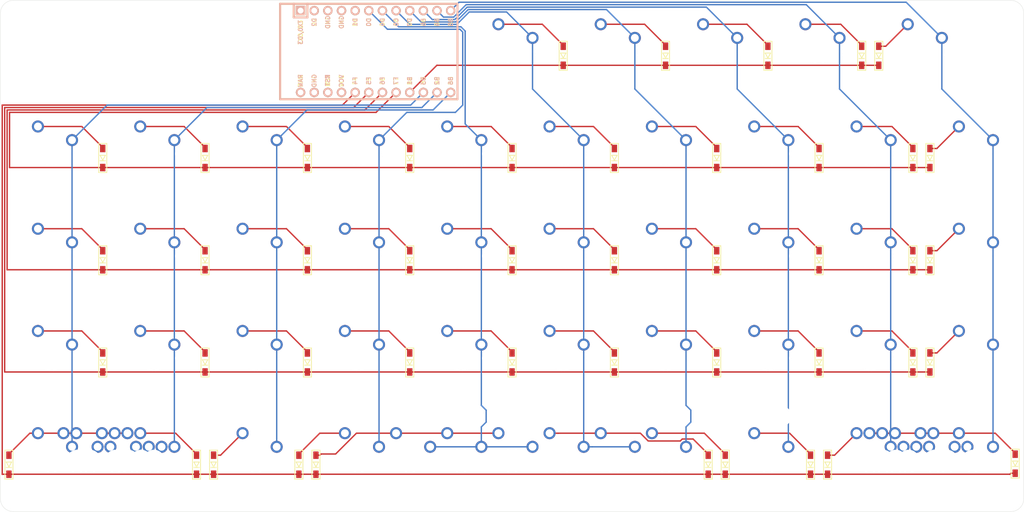
<source format=kicad_pcb>
(kicad_pcb (version 20171130) (host pcbnew "(5.1.4)-1")
  (layers (0 F.Cu signal) (31 B.Cu signal) (34 B.Paste user) (35 F.Paste user) (36 B.SilkS user) (37 F.SilkS user) (38 B.Mask user) (39 F.Mask user) (44 Edge.Cuts user))
  (net 0 "")
  (net 1 row1)
  (net 2 "Net-(D1-Pad2)")
  (net 3 "Net-(D2-Pad2)")
  (net 4 "Net-(D3-Pad2)")
  (net 5 "Net-(D4-Pad2)")
  (net 6 "Net-(D5-Pad2)")
  (net 7 "Net-(D6-Pad2)")
  (net 8 "Net-(D7-Pad2)")
  (net 9 "Net-(D8-Pad2)")
  (net 10 "Net-(D9-Pad2)")
  (net 11 "Net-(D10-Pad2)")
  (net 12 row2)
  (net 13 "Net-(D11-Pad2)")
  (net 14 "Net-(D12-Pad2)")
  (net 15 "Net-(D13-Pad2)")
  (net 16 "Net-(D14-Pad2)")
  (net 17 "Net-(D15-Pad2)")
  (net 18 "Net-(D16-Pad2)")
  (net 19 "Net-(D17-Pad2)")
  (net 20 "Net-(D18-Pad2)")
  (net 21 "Net-(D19-Pad2)")
  (net 22 "Net-(D20-Pad2)")
  (net 23 row3)
  (net 24 "Net-(D21-Pad2)")
  (net 25 "Net-(D22-Pad2)")
  (net 26 "Net-(D23-Pad2)")
  (net 27 "Net-(D24-Pad2)")
  (net 28 "Net-(D25-Pad2)")
  (net 29 "Net-(D26-Pad2)")
  (net 30 "Net-(D27-Pad2)")
  (net 31 "Net-(D28-Pad2)")
  (net 32 "Net-(D29-Pad2)")
  (net 33 "Net-(D30-Pad2)")
  (net 34 row4)
  (net 35 "Net-(D31-Pad2)")
  (net 36 "Net-(D32-Pad2)")
  (net 37 "Net-(D33-Pad2)")
  (net 38 "Net-(D34-Pad2)")
  (net 39 "Net-(D35-Pad2)")
  (net 40 "Net-(D36-Pad2)")
  (net 41 "Net-(D37-Pad2)")
  (net 42 "Net-(D38-Pad2)")
  (net 43 "Net-(D39-Pad2)")
  (net 44 "Net-(D40-Pad2)")
  (net 45 row0)
  (net 46 "Net-(D41-Pad2)")
  (net 47 "Net-(D42-Pad2)")
  (net 48 "Net-(D43-Pad2)")
  (net 49 "Net-(D44-Pad2)")
  (net 50 "Net-(D45-Pad2)")
  (net 51 col0)
  (net 52 col1)
  (net 53 col2)
  (net 54 col3)
  (net 55 col4)
  (net 56 col5)
  (net 57 col6)
  (net 58 col7)
  (net 59 col8)
  (net 60 col9)
  (net 61 "Net-(U1-Pad24)")
  (net 62 "Net-(U1-Pad23)")
  (net 63 "Net-(U1-Pad22)")
  (net 64 "Net-(U1-Pad21)")
  (net 65 "Net-(U1-Pad4)")
  (net 66 "Net-(U1-Pad3)")
  (net 67 "Net-(U1-Pad2)")
  (net 68 "Net-(U1-Pad1)")
  (net 69 "Net-(U1-Pad5)")
  (net 70 "Net-(MX51-Pad1)")
  (net 71 "Net-(MX52-Pad1)")
  (net 72 "Net-(MX53-Pad1)")
  (net 73 "Net-(MX54-Pad1)")
  (net 74 "Net-(MX55-Pad1)")
  (net 75 "Net-(MX57-Pad1)")
  (net 76 "Net-(MX58-Pad1)")
  (net 77 "Net-(MX59-Pad1)")
  (net 78 "Net-(MX60-Pad1)")
  (net 79 "Net-(MX61-Pad1)")
  (module MX_Only:MXOnly-1.5U-NoLED (layer B.Cu) (at 216.69375 114.3 180)
    (fp_text reference MX60)
    (fp_text value MX-NoLED)
    (pad 2 thru_hole circle (at 2.54 5.08 180) (size 2.25 2.25) (drill 1.47) (layers *.Cu F.Mask) (net 44 "Net-(D40-Pad2)"))
    (pad "" np_thru_hole circle (at 0 0 180) (size 3.9878 3.9878) (drill 3.9878) (layers *.Cu *.Mask))
    (pad 1 thru_hole circle (at -3.81 2.54 180) (size 2.25 2.25) (drill 1.47) (layers *.Cu F.Mask) (net 78 "Net-(MX60-Pad1)"))
    (pad "" np_thru_hole circle (at -5.08 0 131.9004) (size 1.75 1.75) (drill 1.75) (layers *.Cu *.Mask))
    (pad "" np_thru_hole circle (at 5.08 0 131.9004) (size 1.75 1.75) (drill 1.75) (layers *.Cu *.Mask))
  )
  (module MX_Only:MXOnly-1.25U-NoLED (layer B.Cu) (at 211.93125 114.3 180)
    (fp_text reference MX58)
    (fp_text value MX-NoLED)
    (pad 2 thru_hole circle (at 2.54 5.08 180) (size 2.25 2.25) (drill 1.47) (layers *.Cu F.Mask) (net 44 "Net-(D40-Pad2)"))
    (pad "" np_thru_hole circle (at 0 0 180) (size 3.9878 3.9878) (drill 3.9878) (layers *.Cu *.Mask))
    (pad 1 thru_hole circle (at -3.81 2.54 180) (size 2.25 2.25) (drill 1.47) (layers *.Cu F.Mask) (net 76 "Net-(MX58-Pad1)"))
    (pad "" np_thru_hole circle (at -5.08 0 131.9004) (size 1.75 1.75) (drill 1.75) (layers *.Cu *.Mask))
    (pad "" np_thru_hole circle (at 5.08 0 131.9004) (size 1.75 1.75) (drill 1.75) (layers *.Cu *.Mask))
  )
  (module MX_Only:MXOnly-1.25U-NoLED (layer B.Cu) (at 71.4375 114.3 180)
    (fp_text reference MX52)
    (fp_text value MX-NoLED)
    (pad 2 thru_hole circle (at 2.54 5.08 180) (size 2.25 2.25) (drill 1.47) (layers *.Cu F.Mask) (net 35 "Net-(D31-Pad2)"))
    (pad "" np_thru_hole circle (at 0 0 180) (size 3.9878 3.9878) (drill 3.9878) (layers *.Cu *.Mask))
    (pad 1 thru_hole circle (at -3.81 2.54 180) (size 2.25 2.25) (drill 1.47) (layers *.Cu F.Mask) (net 71 "Net-(MX52-Pad1)"))
    (pad "" np_thru_hole circle (at -5.08 0 131.9004) (size 1.75 1.75) (drill 1.75) (layers *.Cu *.Mask))
    (pad "" np_thru_hole circle (at 5.08 0 131.9004) (size 1.75 1.75) (drill 1.75) (layers *.Cu *.Mask))
  )
  (module MX_Only:MXOnly-7U-ReversedStabilizers-NoSwitch (layer B.Cu) (at 142.875 114.3 180)
    (fp_text reference MX50)
    (fp_text value MX-NoLED)
    (pad "" np_thru_hole circle (at 57.15 8.255 180) (size 3.9878 3.9878) (drill 3.9878) (layers *.Cu *.Mask))
    (pad "" np_thru_hole circle (at -57.15 8.255 180) (size 3.9878 3.9878) (drill 3.9878) (layers *.Cu *.Mask))
    (pad "" np_thru_hole circle (at 57.15 -6.985 180) (size 3.048 3.048) (drill 3.048) (layers *.Cu *.Mask))
    (pad "" np_thru_hole circle (at -57.15 -6.985 180) (size 3.048 3.048) (drill 3.048) (layers *.Cu *.Mask))
  )
  (module MX_Only:MXOnly-6.25U-ReversedStabilizers-NoSwitch (layer B.Cu) (at 142.875 114.3 180)
    (fp_text reference MX49)
    (fp_text value MX-NoLED)
    (pad "" np_thru_hole circle (at -49.9999 -6.985 180) (size 3.048 3.048) (drill 3.048) (layers *.Cu *.Mask))
    (pad "" np_thru_hole circle (at 49.9999 -6.985 180) (size 3.048 3.048) (drill 3.048) (layers *.Cu *.Mask))
    (pad "" np_thru_hole circle (at -49.9999 8.255 180) (size 3.9878 3.9878) (drill 3.9878) (layers *.Cu *.Mask))
    (pad "" np_thru_hole circle (at 49.9999 8.255 180) (size 3.9878 3.9878) (drill 3.9878) (layers *.Cu *.Mask))
  )
  (module MX_Only:MXOnly-1.5U-NoLED (layer B.Cu) (at 223.8375 114.3 180)
    (fp_text reference MX61)
    (fp_text value MX-NoLED)
    (pad 2 thru_hole circle (at 2.54 5.08 180) (size 2.25 2.25) (drill 1.47) (layers *.Cu F.Mask) (net 44 "Net-(D40-Pad2)"))
    (pad "" np_thru_hole circle (at 0 0 180) (size 3.9878 3.9878) (drill 3.9878) (layers *.Cu *.Mask))
    (pad 1 thru_hole circle (at -3.81 2.54 180) (size 2.25 2.25) (drill 1.47) (layers *.Cu F.Mask) (net 79 "Net-(MX61-Pad1)"))
    (pad "" np_thru_hole circle (at -5.08 0 131.9004) (size 1.75 1.75) (drill 1.75) (layers *.Cu *.Mask))
    (pad "" np_thru_hole circle (at 5.08 0 131.9004) (size 1.75 1.75) (drill 1.75) (layers *.Cu *.Mask))
  )
  (module MX_Only:MXOnly-1.25U-NoLED (layer B.Cu) (at 221.45625 114.3 180)
    (fp_text reference MX59)
    (fp_text value MX-NoLED)
    (pad 2 thru_hole circle (at 2.54 5.08 180) (size 2.25 2.25) (drill 1.47) (layers *.Cu F.Mask) (net 44 "Net-(D40-Pad2)"))
    (pad "" np_thru_hole circle (at 0 0 180) (size 3.9878 3.9878) (drill 3.9878) (layers *.Cu *.Mask))
    (pad 1 thru_hole circle (at -3.81 2.54 180) (size 2.25 2.25) (drill 1.47) (layers *.Cu F.Mask) (net 77 "Net-(MX59-Pad1)"))
    (pad "" np_thru_hole circle (at -5.08 0 131.9004) (size 1.75 1.75) (drill 1.75) (layers *.Cu *.Mask))
    (pad "" np_thru_hole circle (at 5.08 0 131.9004) (size 1.75 1.75) (drill 1.75) (layers *.Cu *.Mask))
  )
  (module MX_Only:MXOnly-1.25U-NoLED (layer B.Cu) (at 214.3125 114.3 180)
    (fp_text reference MX57)
    (fp_text value MX-NoLED)
    (pad "" np_thru_hole circle (at 5.08 0 131.9004) (size 1.75 1.75) (drill 1.75) (layers *.Cu *.Mask))
    (pad "" np_thru_hole circle (at -5.08 0 131.9004) (size 1.75 1.75) (drill 1.75) (layers *.Cu *.Mask))
    (pad 1 thru_hole circle (at -3.81 2.54 180) (size 2.25 2.25) (drill 1.47) (layers *.Cu F.Mask) (net 75 "Net-(MX57-Pad1)"))
    (pad "" np_thru_hole circle (at 0 0 180) (size 3.9878 3.9878) (drill 3.9878) (layers *.Cu *.Mask))
    (pad 2 thru_hole circle (at 2.54 5.08 180) (size 2.25 2.25) (drill 1.47) (layers *.Cu F.Mask) (net 44 "Net-(D40-Pad2)"))
  )
  (module MX_Only:MXOnly-1.5U-NoLED (layer B.Cu) (at 61.9125 114.3 180)
    (fp_text reference MX55)
    (fp_text value MX-NoLED)
    (pad 2 thru_hole circle (at 2.54 5.08 180) (size 2.25 2.25) (drill 1.47) (layers *.Cu F.Mask) (net 35 "Net-(D31-Pad2)"))
    (pad "" np_thru_hole circle (at 0 0 180) (size 3.9878 3.9878) (drill 3.9878) (layers *.Cu *.Mask))
    (pad 1 thru_hole circle (at -3.81 2.54 180) (size 2.25 2.25) (drill 1.47) (layers *.Cu F.Mask) (net 74 "Net-(MX55-Pad1)"))
    (pad "" np_thru_hole circle (at -5.08 0 131.9004) (size 1.75 1.75) (drill 1.75) (layers *.Cu *.Mask))
    (pad "" np_thru_hole circle (at 5.08 0 131.9004) (size 1.75 1.75) (drill 1.75) (layers *.Cu *.Mask))
  )
  (module MX_Only:MXOnly-1.5U-NoLED (layer B.Cu) (at 69.05625 114.3 180)
    (fp_text reference MX54)
    (fp_text value MX-NoLED)
    (pad "" np_thru_hole circle (at 5.08 0 131.9004) (size 1.75 1.75) (drill 1.75) (layers *.Cu *.Mask))
    (pad "" np_thru_hole circle (at -5.08 0 131.9004) (size 1.75 1.75) (drill 1.75) (layers *.Cu *.Mask))
    (pad 1 thru_hole circle (at -3.81 2.54 180) (size 2.25 2.25) (drill 1.47) (layers *.Cu F.Mask) (net 73 "Net-(MX54-Pad1)"))
    (pad "" np_thru_hole circle (at 0 0 180) (size 3.9878 3.9878) (drill 3.9878) (layers *.Cu *.Mask))
    (pad 2 thru_hole circle (at 2.54 5.08 180) (size 2.25 2.25) (drill 1.47) (layers *.Cu F.Mask) (net 35 "Net-(D31-Pad2)"))
  )
  (module MX_Only:MXOnly-1.25U-NoLED (layer B.Cu) (at 64.29375 114.3 180)
    (fp_text reference MX53)
    (fp_text value MX-NoLED)
    (pad 2 thru_hole circle (at 2.54 5.08 180) (size 2.25 2.25) (drill 1.47) (layers *.Cu F.Mask) (net 35 "Net-(D31-Pad2)"))
    (pad "" np_thru_hole circle (at 0 0 180) (size 3.9878 3.9878) (drill 3.9878) (layers *.Cu *.Mask))
    (pad 1 thru_hole circle (at -3.81 2.54 180) (size 2.25 2.25) (drill 1.47) (layers *.Cu F.Mask) (net 72 "Net-(MX53-Pad1)"))
    (pad "" np_thru_hole circle (at -5.08 0 131.9004) (size 1.75 1.75) (drill 1.75) (layers *.Cu *.Mask))
    (pad "" np_thru_hole circle (at 5.08 0 131.9004) (size 1.75 1.75) (drill 1.75) (layers *.Cu *.Mask))
  )
  (module MX_Only:MXOnly-1.25U-NoLED (layer B.Cu) (at 73.81875 114.3 180)
    (fp_text reference MX51)
    (fp_text value MX-NoLED)
    (pad 2 thru_hole circle (at 2.54 5.08 180) (size 2.25 2.25) (drill 1.47) (layers *.Cu F.Mask) (net 35 "Net-(D31-Pad2)"))
    (pad "" np_thru_hole circle (at 0 0 180) (size 3.9878 3.9878) (drill 3.9878) (layers *.Cu *.Mask))
    (pad 1 thru_hole circle (at -3.81 2.54 180) (size 2.25 2.25) (drill 1.47) (layers *.Cu F.Mask) (net 70 "Net-(MX51-Pad1)"))
    (pad "" np_thru_hole circle (at -5.08 0 131.9004) (size 1.75 1.75) (drill 1.75) (layers *.Cu *.Mask))
    (pad "" np_thru_hole circle (at 5.08 0 131.9004) (size 1.75 1.75) (drill 1.75) (layers *.Cu *.Mask))
  )
  (module MX_Only:MXOnly-1U-NoLED (layer B.Cu) (at 228.6 95.25 180)
    (fp_text reference MX30)
    (fp_text value MX-NoLED)
    (pad "" np_thru_hole circle (at 5.08 0 131.9004) (size 1.75 1.75) (drill 1.75) (layers *.Cu *.Mask))
    (pad "" np_thru_hole circle (at -5.08 0 131.9004) (size 1.75 1.75) (drill 1.75) (layers *.Cu *.Mask))
    (pad 1 thru_hole circle (at -3.81 2.54 180) (size 2.25 2.25) (drill 1.47) (layers *.Cu F.Mask) (net 60 col9))
    (pad "" np_thru_hole circle (at 0 0 180) (size 3.9878 3.9878) (drill 3.9878) (layers *.Cu *.Mask))
    (pad 2 thru_hole circle (at 2.54 5.08 180) (size 2.25 2.25) (drill 1.47) (layers *.Cu F.Mask) (net 33 "Net-(D30-Pad2)"))
  )
  (module MX_Only:MXOnly-1U-NoLED (layer B.Cu) (at 228.6 57.15 180)
    (fp_text reference MX10)
    (fp_text value MX-NoLED)
    (pad "" np_thru_hole circle (at 5.08 0 131.9004) (size 1.75 1.75) (drill 1.75) (layers *.Cu *.Mask))
    (pad "" np_thru_hole circle (at -5.08 0 131.9004) (size 1.75 1.75) (drill 1.75) (layers *.Cu *.Mask))
    (pad 1 thru_hole circle (at -3.81 2.54 180) (size 2.25 2.25) (drill 1.47) (layers *.Cu F.Mask) (net 60 col9))
    (pad "" np_thru_hole circle (at 0 0 180) (size 3.9878 3.9878) (drill 3.9878) (layers *.Cu *.Mask))
    (pad 2 thru_hole circle (at 2.54 5.08 180) (size 2.25 2.25) (drill 1.47) (layers *.Cu F.Mask) (net 11 "Net-(D10-Pad2)"))
  )
  (module MX_Only:MXOnly-1U-NoLED (layer B.Cu) (at 95.25 114.3 180)
    (fp_text reference MX33)
    (fp_text value MX-NoLED)
    (pad "" np_thru_hole circle (at 5.08 0 131.9004) (size 1.75 1.75) (drill 1.75) (layers *.Cu *.Mask))
    (pad "" np_thru_hole circle (at -5.08 0 131.9004) (size 1.75 1.75) (drill 1.75) (layers *.Cu *.Mask))
    (pad 1 thru_hole circle (at -3.81 2.54 180) (size 2.25 2.25) (drill 1.47) (layers *.Cu F.Mask) (net 53 col2))
    (pad "" np_thru_hole circle (at 0 0 180) (size 3.9878 3.9878) (drill 3.9878) (layers *.Cu *.Mask))
    (pad 2 thru_hole circle (at 2.54 5.08 180) (size 2.25 2.25) (drill 1.47) (layers *.Cu F.Mask) (net 37 "Net-(D33-Pad2)"))
  )
  (module MX_Only:MXOnly-1U-NoLED (layer B.Cu) (at 171.45 114.3 180)
    (fp_text reference MX37)
    (fp_text value MX-NoLED)
    (pad "" np_thru_hole circle (at 5.08 0 131.9004) (size 1.75 1.75) (drill 1.75) (layers *.Cu *.Mask))
    (pad "" np_thru_hole circle (at -5.08 0 131.9004) (size 1.75 1.75) (drill 1.75) (layers *.Cu *.Mask))
    (pad 1 thru_hole circle (at -3.81 2.54 180) (size 2.25 2.25) (drill 1.47) (layers *.Cu F.Mask) (net 57 col6))
    (pad "" np_thru_hole circle (at 0 0 180) (size 3.9878 3.9878) (drill 3.9878) (layers *.Cu *.Mask))
    (pad 2 thru_hole circle (at 2.54 5.08 180) (size 2.25 2.25) (drill 1.47) (layers *.Cu F.Mask) (net 41 "Net-(D37-Pad2)"))
  )
  (module MX_Only:MXOnly-1U-NoLED (layer B.Cu) (at 142.875 38.1 180)
    (fp_text reference MX41)
    (fp_text value MX-NoLED)
    (pad "" np_thru_hole circle (at 5.08 0 131.9004) (size 1.75 1.75) (drill 1.75) (layers *.Cu *.Mask))
    (pad "" np_thru_hole circle (at -5.08 0 131.9004) (size 1.75 1.75) (drill 1.75) (layers *.Cu *.Mask))
    (pad 1 thru_hole circle (at -3.81 2.54 180) (size 2.25 2.25) (drill 1.47) (layers *.Cu F.Mask) (net 56 col5))
    (pad "" np_thru_hole circle (at 0 0 180) (size 3.9878 3.9878) (drill 3.9878) (layers *.Cu *.Mask))
    (pad 2 thru_hole circle (at 2.54 5.08 180) (size 2.25 2.25) (drill 1.47) (layers *.Cu F.Mask) (net 46 "Net-(D41-Pad2)"))
  )
  (module kbd:D3_SMD_v2 (layer F.Cu) (at 211.1375 38.89375 90)
    (fp_text reference D45 hide)
    (fp_text value D_Small hide)
    (pad 2 smd rect (at 1.775 0 90) (size 1.4 1) (layers F.Cu F.Paste F.Mask) (net 50 "Net-(D45-Pad2)"))
    (pad 1 smd rect (at -1.775 0 90) (size 1.4 1) (layers F.Cu F.Paste F.Mask) (net 45 row0))
  )
  (module kbd:D3_SMD_v2 (layer F.Cu) (at 207.9625 38.89375 90)
    (fp_text reference D44 hide)
    (fp_text value D_Small hide)
    (pad 2 smd rect (at 1.775 0 90) (size 1.4 1) (layers F.Cu F.Paste F.Mask) (net 49 "Net-(D44-Pad2)"))
    (pad 1 smd rect (at -1.775 0 90) (size 1.4 1) (layers F.Cu F.Paste F.Mask) (net 45 row0))
  )
  (module kbd:D3_SMD_v2 (layer F.Cu) (at 190.5 38.89375 90)
    (fp_text reference D43 hide)
    (fp_text value D_Small hide)
    (pad 2 smd rect (at 1.775 0 90) (size 1.4 1) (layers F.Cu F.Paste F.Mask) (net 48 "Net-(D43-Pad2)"))
    (pad 1 smd rect (at -1.775 0 90) (size 1.4 1) (layers F.Cu F.Paste F.Mask) (net 45 row0))
  )
  (module kbd:D3_SMD_v2 (layer F.Cu) (at 171.45 38.89375 90)
    (fp_text reference D42 hide)
    (fp_text value D_Small hide)
    (pad 1 smd rect (at -1.775 0 90) (size 1.4 1) (layers F.Cu F.Paste F.Mask) (net 45 row0))
    (pad 2 smd rect (at 1.775 0 90) (size 1.4 1) (layers F.Cu F.Paste F.Mask) (net 47 "Net-(D42-Pad2)"))
  )
  (module kbd:D3_SMD_v2 (layer F.Cu) (at 152.4 38.89375 90)
    (fp_text reference D41 hide)
    (fp_text value D_Small hide)
    (pad 2 smd rect (at 1.775 0 90) (size 1.4 1) (layers F.Cu F.Paste F.Mask) (net 46 "Net-(D41-Pad2)"))
    (pad 1 smd rect (at -1.775 0 90) (size 1.4 1) (layers F.Cu F.Paste F.Mask) (net 45 row0))
  )
  (module kbd:D3_SMD_v2 (layer F.Cu) (at 236.5375 114.90625 90)
    (fp_text reference D40 hide)
    (fp_text value D_Small hide)
    (pad 2 smd rect (at 1.775 0 90) (size 1.4 1) (layers F.Cu F.Paste F.Mask) (net 44 "Net-(D40-Pad2)"))
    (pad 1 smd rect (at -1.775 0 90) (size 1.4 1) (layers F.Cu F.Paste F.Mask) (net 34 row4))
  )
  (module kbd:D3_SMD_v2 (layer F.Cu) (at 201.6125 115.09375 90)
    (fp_text reference D39 hide)
    (fp_text value D_Small hide)
    (pad 1 smd rect (at -1.775 0 90) (size 1.4 1) (layers F.Cu F.Paste F.Mask) (net 34 row4))
    (pad 2 smd rect (at 1.775 0 90) (size 1.4 1) (layers F.Cu F.Paste F.Mask) (net 43 "Net-(D39-Pad2)"))
  )
  (module kbd:D3_SMD_v2 (layer F.Cu) (at 198.4375 115.09375 90)
    (fp_text reference D38 hide)
    (fp_text value D_Small hide)
    (pad 2 smd rect (at 1.775 0 90) (size 1.4 1) (layers F.Cu F.Paste F.Mask) (net 42 "Net-(D38-Pad2)"))
    (pad 1 smd rect (at -1.775 0 90) (size 1.4 1) (layers F.Cu F.Paste F.Mask) (net 34 row4))
  )
  (module kbd:D3_SMD_v2 (layer F.Cu) (at 182.5625 115.09375 90)
    (fp_text reference D37 hide)
    (fp_text value D_Small hide)
    (pad 2 smd rect (at 1.775 0 90) (size 1.4 1) (layers F.Cu F.Paste F.Mask) (net 41 "Net-(D37-Pad2)"))
    (pad 1 smd rect (at -1.775 0 90) (size 1.4 1) (layers F.Cu F.Paste F.Mask) (net 34 row4))
  )
  (module kbd:D3_SMD_v2 (layer F.Cu) (at 179.3875 115.09375 90)
    (fp_text reference D36 hide)
    (fp_text value D_Small hide)
    (pad 2 smd rect (at 1.775 0 90) (size 1.4 1) (layers F.Cu F.Paste F.Mask) (net 40 "Net-(D36-Pad2)"))
    (pad 1 smd rect (at -1.775 0 90) (size 1.4 1) (layers F.Cu F.Paste F.Mask) (net 34 row4))
  )
  (module kbd:D3_SMD_v2 (layer F.Cu) (at 106.3625 115.09375 90)
    (fp_text reference D35 hide)
    (fp_text value D_Small hide)
    (pad 2 smd rect (at 1.775 0 90) (size 1.4 1) (layers F.Cu F.Paste F.Mask) (net 39 "Net-(D35-Pad2)"))
    (pad 1 smd rect (at -1.775 0 90) (size 1.4 1) (layers F.Cu F.Paste F.Mask) (net 34 row4))
  )
  (module kbd:D3_SMD_v2 (layer F.Cu) (at 103.1875 115.09375 90)
    (fp_text reference D34 hide)
    (fp_text value D_Small hide)
    (pad 2 smd rect (at 1.775 0 90) (size 1.4 1) (layers F.Cu F.Paste F.Mask) (net 38 "Net-(D34-Pad2)"))
    (pad 1 smd rect (at -1.775 0 90) (size 1.4 1) (layers F.Cu F.Paste F.Mask) (net 34 row4))
  )
  (module kbd:D3_SMD_v2 (layer F.Cu) (at 87.3125 115.09375 90)
    (fp_text reference D33 hide)
    (fp_text value D_Small hide)
    (pad 2 smd rect (at 1.775 0 90) (size 1.4 1) (layers F.Cu F.Paste F.Mask) (net 37 "Net-(D33-Pad2)"))
    (pad 1 smd rect (at -1.775 0 90) (size 1.4 1) (layers F.Cu F.Paste F.Mask) (net 34 row4))
  )
  (module kbd:D3_SMD_v2 (layer F.Cu) (at 84.1375 115.09375 90)
    (fp_text reference D32 hide)
    (fp_text value D_Small hide)
    (pad 1 smd rect (at -1.775 0 90) (size 1.4 1) (layers F.Cu F.Paste F.Mask) (net 34 row4))
    (pad 2 smd rect (at 1.775 0 90) (size 1.4 1) (layers F.Cu F.Paste F.Mask) (net 36 "Net-(D32-Pad2)"))
  )
  (module kbd:D3_SMD_v2 (layer F.Cu) (at 49.2125 115.09375 90)
    (fp_text reference D31 hide)
    (fp_text value D_Small hide)
    (pad 2 smd rect (at 1.775 0 90) (size 1.4 1) (layers F.Cu F.Paste F.Mask) (net 35 "Net-(D31-Pad2)"))
    (pad 1 smd rect (at -1.775 0 90) (size 1.4 1) (layers F.Cu F.Paste F.Mask) (net 34 row4))
  )
  (module kbd:D3_SMD_v2 (layer F.Cu) (at 220.6625 96.04375 90)
    (fp_text reference D30 hide)
    (fp_text value D_Small hide)
    (pad 2 smd rect (at 1.775 0 90) (size 1.4 1) (layers F.Cu F.Paste F.Mask) (net 33 "Net-(D30-Pad2)"))
    (pad 1 smd rect (at -1.775 0 90) (size 1.4 1) (layers F.Cu F.Paste F.Mask) (net 23 row3))
  )
  (module kbd:D3_SMD_v2 (layer F.Cu) (at 217.4875 96.04375 90)
    (fp_text reference D29 hide)
    (fp_text value D_Small hide)
    (pad 2 smd rect (at 1.775 0 90) (size 1.4 1) (layers F.Cu F.Paste F.Mask) (net 32 "Net-(D29-Pad2)"))
    (pad 1 smd rect (at -1.775 0 90) (size 1.4 1) (layers F.Cu F.Paste F.Mask) (net 23 row3))
  )
  (module kbd:D3_SMD_v2 (layer F.Cu) (at 200.025 96.04375 90)
    (fp_text reference D28 hide)
    (fp_text value D_Small hide)
    (pad 2 smd rect (at 1.775 0 90) (size 1.4 1) (layers F.Cu F.Paste F.Mask) (net 31 "Net-(D28-Pad2)"))
    (pad 1 smd rect (at -1.775 0 90) (size 1.4 1) (layers F.Cu F.Paste F.Mask) (net 23 row3))
  )
  (module kbd:D3_SMD_v2 (layer F.Cu) (at 180.975 96.04375 90)
    (fp_text reference D27 hide)
    (fp_text value D_Small hide)
    (pad 2 smd rect (at 1.775 0 90) (size 1.4 1) (layers F.Cu F.Paste F.Mask) (net 30 "Net-(D27-Pad2)"))
    (pad 1 smd rect (at -1.775 0 90) (size 1.4 1) (layers F.Cu F.Paste F.Mask) (net 23 row3))
  )
  (module kbd:D3_SMD_v2 (layer F.Cu) (at 161.925 96.04375 90)
    (fp_text reference D26 hide)
    (fp_text value D_Small hide)
    (pad 2 smd rect (at 1.775 0 90) (size 1.4 1) (layers F.Cu F.Paste F.Mask) (net 29 "Net-(D26-Pad2)"))
    (pad 1 smd rect (at -1.775 0 90) (size 1.4 1) (layers F.Cu F.Paste F.Mask) (net 23 row3))
  )
  (module kbd:D3_SMD_v2 (layer F.Cu) (at 142.875 96.04375 90)
    (fp_text reference D25 hide)
    (fp_text value D_Small hide)
    (pad 2 smd rect (at 1.775 0 90) (size 1.4 1) (layers F.Cu F.Paste F.Mask) (net 28 "Net-(D25-Pad2)"))
    (pad 1 smd rect (at -1.775 0 90) (size 1.4 1) (layers F.Cu F.Paste F.Mask) (net 23 row3))
  )
  (module kbd:D3_SMD_v2 (layer F.Cu) (at 123.825 96.04375 90)
    (fp_text reference D24 hide)
    (fp_text value D_Small hide)
    (pad 2 smd rect (at 1.775 0 90) (size 1.4 1) (layers F.Cu F.Paste F.Mask) (net 27 "Net-(D24-Pad2)"))
    (pad 1 smd rect (at -1.775 0 90) (size 1.4 1) (layers F.Cu F.Paste F.Mask) (net 23 row3))
  )
  (module kbd:D3_SMD_v2 (layer F.Cu) (at 104.775 96.04375 90)
    (fp_text reference D23 hide)
    (fp_text value D_Small hide)
    (pad 2 smd rect (at 1.775 0 90) (size 1.4 1) (layers F.Cu F.Paste F.Mask) (net 26 "Net-(D23-Pad2)"))
    (pad 1 smd rect (at -1.775 0 90) (size 1.4 1) (layers F.Cu F.Paste F.Mask) (net 23 row3))
  )
  (module kbd:D3_SMD_v2 (layer F.Cu) (at 85.725 96.04375 90)
    (fp_text reference D22 hide)
    (fp_text value D_Small hide)
    (pad 2 smd rect (at 1.775 0 90) (size 1.4 1) (layers F.Cu F.Paste F.Mask) (net 25 "Net-(D22-Pad2)"))
    (pad 1 smd rect (at -1.775 0 90) (size 1.4 1) (layers F.Cu F.Paste F.Mask) (net 23 row3))
  )
  (module kbd:D3_SMD_v2 (layer F.Cu) (at 66.675 96.04375 90)
    (fp_text reference D21 hide)
    (fp_text value D_Small hide)
    (pad 2 smd rect (at 1.775 0 90) (size 1.4 1) (layers F.Cu F.Paste F.Mask) (net 24 "Net-(D21-Pad2)"))
    (pad 1 smd rect (at -1.775 0 90) (size 1.4 1) (layers F.Cu F.Paste F.Mask) (net 23 row3))
  )
  (module kbd:D3_SMD_v2 (layer F.Cu) (at 220.6625 76.99375 90)
    (fp_text reference D20 hide)
    (fp_text value D_Small hide)
    (pad 2 smd rect (at 1.775 0 90) (size 1.4 1) (layers F.Cu F.Paste F.Mask) (net 22 "Net-(D20-Pad2)"))
    (pad 1 smd rect (at -1.775 0 90) (size 1.4 1) (layers F.Cu F.Paste F.Mask) (net 12 row2))
  )
  (module kbd:D3_SMD_v2 (layer F.Cu) (at 217.4875 76.99375 90)
    (fp_text reference D19 hide)
    (fp_text value D_Small hide)
    (pad 2 smd rect (at 1.775 0 90) (size 1.4 1) (layers F.Cu F.Paste F.Mask) (net 21 "Net-(D19-Pad2)"))
    (pad 1 smd rect (at -1.775 0 90) (size 1.4 1) (layers F.Cu F.Paste F.Mask) (net 12 row2))
  )
  (module kbd:D3_SMD_v2 (layer F.Cu) (at 200.025 76.99375 90)
    (fp_text reference D18 hide)
    (fp_text value D_Small hide)
    (pad 2 smd rect (at 1.775 0 90) (size 1.4 1) (layers F.Cu F.Paste F.Mask) (net 20 "Net-(D18-Pad2)"))
    (pad 1 smd rect (at -1.775 0 90) (size 1.4 1) (layers F.Cu F.Paste F.Mask) (net 12 row2))
  )
  (module kbd:D3_SMD_v2 (layer F.Cu) (at 180.975 76.99375 90)
    (fp_text reference D17 hide)
    (fp_text value D_Small hide)
    (pad 2 smd rect (at 1.775 0 90) (size 1.4 1) (layers F.Cu F.Paste F.Mask) (net 19 "Net-(D17-Pad2)"))
    (pad 1 smd rect (at -1.775 0 90) (size 1.4 1) (layers F.Cu F.Paste F.Mask) (net 12 row2))
  )
  (module kbd:D3_SMD_v2 (layer F.Cu) (at 161.925 76.99375 90)
    (fp_text reference D16 hide)
    (fp_text value D_Small hide)
    (pad 2 smd rect (at 1.775 0 90) (size 1.4 1) (layers F.Cu F.Paste F.Mask) (net 18 "Net-(D16-Pad2)"))
    (pad 1 smd rect (at -1.775 0 90) (size 1.4 1) (layers F.Cu F.Paste F.Mask) (net 12 row2))
  )
  (module kbd:D3_SMD_v2 (layer F.Cu) (at 142.875 76.99375 90)
    (fp_text reference D15 hide)
    (fp_text value D_Small hide)
    (pad 2 smd rect (at 1.775 0 90) (size 1.4 1) (layers F.Cu F.Paste F.Mask) (net 17 "Net-(D15-Pad2)"))
    (pad 1 smd rect (at -1.775 0 90) (size 1.4 1) (layers F.Cu F.Paste F.Mask) (net 12 row2))
  )
  (module kbd:D3_SMD_v2 (layer F.Cu) (at 123.825 76.99375 90)
    (fp_text reference D14 hide)
    (fp_text value D_Small hide)
    (pad 2 smd rect (at 1.775 0 90) (size 1.4 1) (layers F.Cu F.Paste F.Mask) (net 16 "Net-(D14-Pad2)"))
    (pad 1 smd rect (at -1.775 0 90) (size 1.4 1) (layers F.Cu F.Paste F.Mask) (net 12 row2))
  )
  (module kbd:D3_SMD_v2 (layer F.Cu) (at 104.775 76.99375 90)
    (fp_text reference D13 hide)
    (fp_text value D_Small hide)
    (pad 2 smd rect (at 1.775 0 90) (size 1.4 1) (layers F.Cu F.Paste F.Mask) (net 15 "Net-(D13-Pad2)"))
    (pad 1 smd rect (at -1.775 0 90) (size 1.4 1) (layers F.Cu F.Paste F.Mask) (net 12 row2))
  )
  (module kbd:D3_SMD_v2 (layer F.Cu) (at 85.725 76.99375 90)
    (fp_text reference D12 hide)
    (fp_text value D_Small hide)
    (pad 2 smd rect (at 1.775 0 90) (size 1.4 1) (layers F.Cu F.Paste F.Mask) (net 14 "Net-(D12-Pad2)"))
    (pad 1 smd rect (at -1.775 0 90) (size 1.4 1) (layers F.Cu F.Paste F.Mask) (net 12 row2))
  )
  (module kbd:D3_SMD_v2 (layer F.Cu) (at 66.675 76.99375 90)
    (fp_text reference D11 hide)
    (fp_text value D_Small hide)
    (pad 2 smd rect (at 1.775 0 90) (size 1.4 1) (layers F.Cu F.Paste F.Mask) (net 13 "Net-(D11-Pad2)"))
    (pad 1 smd rect (at -1.775 0 90) (size 1.4 1) (layers F.Cu F.Paste F.Mask) (net 12 row2))
  )
  (module kbd:D3_SMD_v2 (layer F.Cu) (at 220.6625 57.94375 90)
    (fp_text reference D10 hide)
    (fp_text value D_Small hide)
    (pad 2 smd rect (at 1.775 0 90) (size 1.4 1) (layers F.Cu F.Paste F.Mask) (net 11 "Net-(D10-Pad2)"))
    (pad 1 smd rect (at -1.775 0 90) (size 1.4 1) (layers F.Cu F.Paste F.Mask) (net 1 row1))
  )
  (module kbd:D3_SMD_v2 (layer F.Cu) (at 217.4875 57.94375 90)
    (fp_text reference D9 hide)
    (fp_text value D_Small hide)
    (pad 2 smd rect (at 1.775 0 90) (size 1.4 1) (layers F.Cu F.Paste F.Mask) (net 10 "Net-(D9-Pad2)"))
    (pad 1 smd rect (at -1.775 0 90) (size 1.4 1) (layers F.Cu F.Paste F.Mask) (net 1 row1))
  )
  (module kbd:D3_SMD_v2 (layer F.Cu) (at 200.025 57.94375 90)
    (fp_text reference D8 hide)
    (fp_text value D_Small hide)
    (pad 2 smd rect (at 1.775 0 90) (size 1.4 1) (layers F.Cu F.Paste F.Mask) (net 9 "Net-(D8-Pad2)"))
    (pad 1 smd rect (at -1.775 0 90) (size 1.4 1) (layers F.Cu F.Paste F.Mask) (net 1 row1))
  )
  (module kbd:D3_SMD_v2 (layer F.Cu) (at 180.975 57.94375 90)
    (fp_text reference D7 hide)
    (fp_text value D_Small hide)
    (pad 2 smd rect (at 1.775 0 90) (size 1.4 1) (layers F.Cu F.Paste F.Mask) (net 8 "Net-(D7-Pad2)"))
    (pad 1 smd rect (at -1.775 0 90) (size 1.4 1) (layers F.Cu F.Paste F.Mask) (net 1 row1))
  )
  (module kbd:D3_SMD_v2 (layer F.Cu) (at 161.925 57.94375 90)
    (fp_text reference D6 hide)
    (fp_text value D_Small hide)
    (pad 2 smd rect (at 1.775 0 90) (size 1.4 1) (layers F.Cu F.Paste F.Mask) (net 7 "Net-(D6-Pad2)"))
    (pad 1 smd rect (at -1.775 0 90) (size 1.4 1) (layers F.Cu F.Paste F.Mask) (net 1 row1))
  )
  (module kbd:D3_SMD_v2 (layer F.Cu) (at 142.875 57.94375 90)
    (fp_text reference D5 hide)
    (fp_text value D_Small hide)
    (pad 2 smd rect (at 1.775 0 90) (size 1.4 1) (layers F.Cu F.Paste F.Mask) (net 6 "Net-(D5-Pad2)"))
    (pad 1 smd rect (at -1.775 0 90) (size 1.4 1) (layers F.Cu F.Paste F.Mask) (net 1 row1))
  )
  (module kbd:D3_SMD_v2 (layer F.Cu) (at 123.825 57.94375 90)
    (fp_text reference D4 hide)
    (fp_text value D_Small hide)
    (pad 1 smd rect (at -1.775 0 90) (size 1.4 1) (layers F.Cu F.Paste F.Mask) (net 1 row1))
    (pad 2 smd rect (at 1.775 0 90) (size 1.4 1) (layers F.Cu F.Paste F.Mask) (net 5 "Net-(D4-Pad2)"))
  )
  (module kbd:D3_SMD_v2 (layer F.Cu) (at 104.775 57.94375 90)
    (fp_text reference D3 hide)
    (fp_text value D_Small hide)
    (pad 2 smd rect (at 1.775 0 90) (size 1.4 1) (layers F.Cu F.Paste F.Mask) (net 4 "Net-(D3-Pad2)"))
    (pad 1 smd rect (at -1.775 0 90) (size 1.4 1) (layers F.Cu F.Paste F.Mask) (net 1 row1))
  )
  (module kbd:D3_SMD_v2 (layer F.Cu) (at 85.725 57.94375 90)
    (fp_text reference D2 hide)
    (fp_text value D_Small hide)
    (pad 2 smd rect (at 1.775 0 90) (size 1.4 1) (layers F.Cu F.Paste F.Mask) (net 3 "Net-(D2-Pad2)"))
    (pad 1 smd rect (at -1.775 0 90) (size 1.4 1) (layers F.Cu F.Paste F.Mask) (net 1 row1))
  )
  (module kbd:D3_SMD_v2 (layer F.Cu) (at 66.675 57.94375 90)
    (fp_text reference D1 hide)
    (fp_text value D_Small hide)
    (pad 1 smd rect (at -1.775 0 90) (size 1.4 1) (layers F.Cu F.Paste F.Mask) (net 1 row1))
    (pad 2 smd rect (at 1.775 0 90) (size 1.4 1) (layers F.Cu F.Paste F.Mask) (net 2 "Net-(D1-Pad2)"))
  )
  (module MX_Only:MXOnly-1U-NoLED (layer B.Cu) (at 200.025 38.1 180)
    (fp_text reference MX44)
    (fp_text value MX-NoLED)
    (pad "" np_thru_hole circle (at 5.08 0 131.9004) (size 1.75 1.75) (drill 1.75) (layers *.Cu *.Mask))
    (pad "" np_thru_hole circle (at -5.08 0 131.9004) (size 1.75 1.75) (drill 1.75) (layers *.Cu *.Mask))
    (pad 1 thru_hole circle (at -3.81 2.54 180) (size 2.25 2.25) (drill 1.47) (layers *.Cu F.Mask) (net 59 col8))
    (pad "" np_thru_hole circle (at 0 0 180) (size 3.9878 3.9878) (drill 3.9878) (layers *.Cu *.Mask))
    (pad 2 thru_hole circle (at 2.54 5.08 180) (size 2.25 2.25) (drill 1.47) (layers *.Cu F.Mask) (net 49 "Net-(D44-Pad2)"))
  )
  (module MX_Only:MXOnly-1U-NoLED (layer B.Cu) (at 219.075 38.1 180)
    (fp_text reference MX45)
    (fp_text value MX-NoLED)
    (pad "" np_thru_hole circle (at 5.08 0 131.9004) (size 1.75 1.75) (drill 1.75) (layers *.Cu *.Mask))
    (pad "" np_thru_hole circle (at -5.08 0 131.9004) (size 1.75 1.75) (drill 1.75) (layers *.Cu *.Mask))
    (pad 1 thru_hole circle (at -3.81 2.54 180) (size 2.25 2.25) (drill 1.47) (layers *.Cu F.Mask) (net 60 col9))
    (pad "" np_thru_hole circle (at 0 0 180) (size 3.9878 3.9878) (drill 3.9878) (layers *.Cu *.Mask))
    (pad 2 thru_hole circle (at 2.54 5.08 180) (size 2.25 2.25) (drill 1.47) (layers *.Cu F.Mask) (net 50 "Net-(D45-Pad2)"))
  )
  (module Keebio-Parts:ArduinoProMicro (layer B.Cu) (at 117.475 38.1)
    (fp_text reference U1 hide)
    (fp_text value ProMicro hide)
    (fp_text user D2 (at -11.43 -5.461 270) (layer F.SilkS) (effects (font (size 0.8 0.8))))
    (fp_text user D0 (at -1.27 -5.461 270) (layer F.SilkS) (effects (font (size 0.8 0.8))))
    (fp_text user D1 (at -3.81 -5.461 270) (layer F.SilkS) (effects (font (size 0.8 0.8))))
    (fp_text user GND (at -6.35 -5.461 270) (layer F.SilkS) (effects (font (size 0.8 0.8))))
    (fp_text user GND (at -8.89 -5.461 270) (layer F.SilkS) (effects (font (size 0.8 0.8))))
    (fp_text user D4 (at 1.27 -5.461 270) (layer F.SilkS) (effects (font (size 0.8 0.8))))
    (fp_text user C6 (at 3.81 -5.461 270) (layer F.SilkS) (effects (font (size 0.8 0.8))))
    (fp_text user D7 (at 6.35 -5.461 270) (layer F.SilkS) (effects (font (size 0.8 0.8))))
    (fp_text user E6 (at 8.89 -5.461 270) (layer F.SilkS) (effects (font (size 0.8 0.8))))
    (fp_text user B4 (at 11.43 -5.461 270) (layer F.SilkS) (effects (font (size 0.8 0.8))))
    (fp_text user B5 (at 13.97 -5.461 270) (layer F.SilkS) (effects (font (size 0.8 0.8))))
    (fp_text user B6 (at 13.97 5.461 270) (layer F.SilkS) (effects (font (size 0.8 0.8))))
    (fp_text user B2 (at 11.43 5.461 270) (layer B.SilkS) (effects (font (size 0.8 0.8)) (justify mirror)))
    (fp_text user B3 (at 8.89 5.461 270) (layer F.SilkS) (effects (font (size 0.8 0.8))))
    (fp_text user B1 (at 6.35 5.461 270) (layer F.SilkS) (effects (font (size 0.8 0.8))))
    (fp_text user F7 (at 3.81 5.461 270) (layer B.SilkS) (effects (font (size 0.8 0.8)) (justify mirror)))
    (fp_text user F6 (at 1.27 5.461 270) (layer B.SilkS) (effects (font (size 0.8 0.8)) (justify mirror)))
    (fp_text user F5 (at -1.27 5.461 270) (layer B.SilkS) (effects (font (size 0.8 0.8)) (justify mirror)))
    (fp_text user F4 (at -3.81 5.461 270) (layer F.SilkS) (effects (font (size 0.8 0.8))))
    (fp_text user VCC (at -6.35 5.461 270) (layer F.SilkS) (effects (font (size 0.8 0.8))))
    (fp_text user GND (at -11.43 5.461 270) (layer F.SilkS) (effects (font (size 0.8 0.8))))
    (fp_text user RAW (at -13.97 5.461 270) (layer F.SilkS) (effects (font (size 0.8 0.8))))
    (fp_text user RAW (at -13.97 5.461 270) (layer B.SilkS) (effects (font (size 0.8 0.8)) (justify mirror)))
    (fp_text user GND (at -11.43 5.461 270) (layer B.SilkS) (effects (font (size 0.8 0.8)) (justify mirror)))
    (fp_text user ST (at -8.92 5.73312 270) (layer B.SilkS) (effects (font (size 0.8 0.8)) (justify mirror)))
    (fp_text user VCC (at -6.35 5.461 270) (layer B.SilkS) (effects (font (size 0.8 0.8)) (justify mirror)))
    (fp_text user F4 (at -3.81 5.461 270) (layer B.SilkS) (effects (font (size 0.8 0.8)) (justify mirror)))
    (fp_text user F5 (at -1.27 5.461 270) (layer F.SilkS) (effects (font (size 0.8 0.8))))
    (fp_text user F6 (at 1.27 5.461 270) (layer F.SilkS) (effects (font (size 0.8 0.8))))
    (fp_text user F7 (at 3.81 5.461 270) (layer F.SilkS) (effects (font (size 0.8 0.8))))
    (fp_text user B1 (at 6.35 5.461 270) (layer B.SilkS) (effects (font (size 0.8 0.8)) (justify mirror)))
    (fp_text user B3 (at 8.89 5.461 270) (layer B.SilkS) (effects (font (size 0.8 0.8)) (justify mirror)))
    (fp_text user B2 (at 11.43 5.461 270) (layer F.SilkS) (effects (font (size 0.8 0.8))))
    (fp_text user B6 (at 13.97 5.461 270) (layer B.SilkS) (effects (font (size 0.8 0.8)) (justify mirror)))
    (fp_text user B5 (at 13.97 -5.461 270) (layer B.SilkS) (effects (font (size 0.8 0.8)) (justify mirror)))
    (fp_text user B4 (at 11.43 -5.461 270) (layer B.SilkS) (effects (font (size 0.8 0.8)) (justify mirror)))
    (fp_text user E6 (at 8.89 -5.461 270) (layer B.SilkS) (effects (font (size 0.8 0.8)) (justify mirror)))
    (fp_text user D7 (at 6.35 -5.461 270) (layer B.SilkS) (effects (font (size 0.8 0.8)) (justify mirror)))
    (fp_text user C6 (at 3.81 -5.461 270) (layer B.SilkS) (effects (font (size 0.8 0.8)) (justify mirror)))
    (fp_text user D4 (at 1.27 -5.461 270) (layer B.SilkS) (effects (font (size 0.8 0.8)) (justify mirror)))
    (fp_text user GND (at -8.89 -5.461 270) (layer B.SilkS) (effects (font (size 0.8 0.8)) (justify mirror)))
    (fp_text user GND (at -6.35 -5.461 270) (layer B.SilkS) (effects (font (size 0.8 0.8)) (justify mirror)))
    (fp_text user D1 (at -3.81 -5.461 270) (layer B.SilkS) (effects (font (size 0.8 0.8)) (justify mirror)))
    (fp_text user D0 (at -1.27 -5.461 270) (layer B.SilkS) (effects (font (size 0.8 0.8)) (justify mirror)))
    (fp_text user D2 (at -11.43 -5.461 270) (layer B.SilkS) (effects (font (size 0.8 0.8)) (justify mirror)))
    (fp_text user TX0/D3 (at -13.97 -3.571872 270) (layer F.SilkS) (effects (font (size 0.8 0.8))))
    (fp_text user TX0/D3 (at -13.97 -3.571872 270) (layer B.SilkS) (effects (font (size 0.8 0.8)) (justify mirror)))
    (fp_text user ST (at -8.91 5.04 270) (layer F.SilkS) (effects (font (size 0.8 0.8))))
    (pad 1 thru_hole rect (at -13.97 -7.62) (size 1.7526 1.7526) (drill 1.0922) (layers *.Cu *.SilkS *.Mask) (net 68 "Net-(U1-Pad1)"))
    (pad 2 thru_hole circle (at -11.43 -7.62) (size 1.7526 1.7526) (drill 1.0922) (layers *.Cu *.SilkS *.Mask) (net 67 "Net-(U1-Pad2)"))
    (pad 3 thru_hole circle (at -8.89 -7.62) (size 1.7526 1.7526) (drill 1.0922) (layers *.Cu *.SilkS *.Mask) (net 66 "Net-(U1-Pad3)"))
    (pad 4 thru_hole circle (at -6.35 -7.62) (size 1.7526 1.7526) (drill 1.0922) (layers *.Cu *.SilkS *.Mask) (net 65 "Net-(U1-Pad4)"))
    (pad 5 thru_hole circle (at -3.81 -7.62) (size 1.7526 1.7526) (drill 1.0922) (layers *.Cu *.SilkS *.Mask) (net 69 "Net-(U1-Pad5)"))
    (pad 6 thru_hole circle (at -1.27 -7.62) (size 1.7526 1.7526) (drill 1.0922) (layers *.Cu *.SilkS *.Mask) (net 54 col3))
    (pad 7 thru_hole circle (at 1.27 -7.62) (size 1.7526 1.7526) (drill 1.0922) (layers *.Cu *.SilkS *.Mask) (net 55 col4))
    (pad 8 thru_hole circle (at 3.81 -7.62) (size 1.7526 1.7526) (drill 1.0922) (layers *.Cu *.SilkS *.Mask) (net 56 col5))
    (pad 9 thru_hole circle (at 6.35 -7.62) (size 1.7526 1.7526) (drill 1.0922) (layers *.Cu *.SilkS *.Mask) (net 57 col6))
    (pad 10 thru_hole circle (at 8.89 -7.62) (size 1.7526 1.7526) (drill 1.0922) (layers *.Cu *.SilkS *.Mask) (net 58 col7))
    (pad 11 thru_hole circle (at 11.43 -7.62) (size 1.7526 1.7526) (drill 1.0922) (layers *.Cu *.SilkS *.Mask) (net 59 col8))
    (pad 13 thru_hole circle (at 13.97 7.62) (size 1.7526 1.7526) (drill 1.0922) (layers *.Cu *.SilkS *.Mask) (net 53 col2))
    (pad 14 thru_hole circle (at 11.43 7.62) (size 1.7526 1.7526) (drill 1.0922) (layers *.Cu *.SilkS *.Mask) (net 52 col1))
    (pad 15 thru_hole circle (at 8.89 7.62) (size 1.7526 1.7526) (drill 1.0922) (layers *.Cu *.SilkS *.Mask) (net 51 col0))
    (pad 16 thru_hole circle (at 6.35 7.62) (size 1.7526 1.7526) (drill 1.0922) (layers *.Cu *.SilkS *.Mask) (net 45 row0))
    (pad 17 thru_hole circle (at 3.81 7.62) (size 1.7526 1.7526) (drill 1.0922) (layers *.Cu *.SilkS *.Mask) (net 1 row1))
    (pad 18 thru_hole circle (at 1.27 7.62) (size 1.7526 1.7526) (drill 1.0922) (layers *.Cu *.SilkS *.Mask) (net 12 row2))
    (pad 19 thru_hole circle (at -1.27 7.62) (size 1.7526 1.7526) (drill 1.0922) (layers *.Cu *.SilkS *.Mask) (net 23 row3))
    (pad 20 thru_hole circle (at -3.81 7.62) (size 1.7526 1.7526) (drill 1.0922) (layers *.Cu *.SilkS *.Mask) (net 34 row4))
    (pad 21 thru_hole circle (at -6.35 7.62) (size 1.7526 1.7526) (drill 1.0922) (layers *.Cu *.SilkS *.Mask) (net 64 "Net-(U1-Pad21)"))
    (pad 22 thru_hole circle (at -8.89 7.62) (size 1.7526 1.7526) (drill 1.0922) (layers *.Cu *.SilkS *.Mask) (net 63 "Net-(U1-Pad22)"))
    (pad 23 thru_hole circle (at -11.43 7.62) (size 1.7526 1.7526) (drill 1.0922) (layers *.Cu *.SilkS *.Mask) (net 62 "Net-(U1-Pad23)"))
    (pad 12 thru_hole circle (at 13.97 -7.62) (size 1.7526 1.7526) (drill 1.0922) (layers *.Cu *.SilkS *.Mask) (net 60 col9))
    (pad 24 thru_hole circle (at -13.97 7.62) (size 1.7526 1.7526) (drill 1.0922) (layers *.Cu *.SilkS *.Mask) (net 61 "Net-(U1-Pad24)"))
  )
  (module MX_Only:MXOnly-2U-ReversedStabilizers-NoLED (layer B.Cu) (at 161.925 114.3 180)
    (fp_text reference MX48)
    (fp_text value MX-NoLED)
    (pad "" np_thru_hole circle (at 11.90625 8.255 180) (size 3.9878 3.9878) (drill 3.9878) (layers *.Cu *.Mask))
    (pad "" np_thru_hole circle (at -11.90625 8.255 180) (size 3.9878 3.9878) (drill 3.9878) (layers *.Cu *.Mask))
    (pad "" np_thru_hole circle (at 11.90625 -6.985 180) (size 3.048 3.048) (drill 3.048) (layers *.Cu *.Mask))
    (pad "" np_thru_hole circle (at -11.90625 -6.985 180) (size 3.048 3.048) (drill 3.048) (layers *.Cu *.Mask))
    (pad "" np_thru_hole circle (at 5.08 0 131.9004) (size 1.75 1.75) (drill 1.75) (layers *.Cu *.Mask))
    (pad "" np_thru_hole circle (at -5.08 0 131.9004) (size 1.75 1.75) (drill 1.75) (layers *.Cu *.Mask))
    (pad 1 thru_hole circle (at -3.81 2.54 180) (size 2.25 2.25) (drill 1.47) (layers *.Cu F.Mask) (net 56 col5))
    (pad "" np_thru_hole circle (at 0 0 180) (size 3.9878 3.9878) (drill 3.9878) (layers *.Cu *.Mask))
    (pad 2 thru_hole circle (at 2.54 5.08 180) (size 2.25 2.25) (drill 1.47) (layers *.Cu F.Mask) (net 40 "Net-(D36-Pad2)"))
  )
  (module MX_Only:MXOnly-2U-ReversedStabilizers-NoLED (layer B.Cu) (at 123.825 114.3 180)
    (fp_text reference MX47)
    (fp_text value MX-NoLED)
    (pad "" np_thru_hole circle (at 11.90625 8.255 180) (size 3.9878 3.9878) (drill 3.9878) (layers *.Cu *.Mask))
    (pad "" np_thru_hole circle (at -11.90625 8.255 180) (size 3.9878 3.9878) (drill 3.9878) (layers *.Cu *.Mask))
    (pad "" np_thru_hole circle (at 11.90625 -6.985 180) (size 3.048 3.048) (drill 3.048) (layers *.Cu *.Mask))
    (pad "" np_thru_hole circle (at -11.90625 -6.985 180) (size 3.048 3.048) (drill 3.048) (layers *.Cu *.Mask))
    (pad "" np_thru_hole circle (at 5.08 0 131.9004) (size 1.75 1.75) (drill 1.75) (layers *.Cu *.Mask))
    (pad "" np_thru_hole circle (at -5.08 0 131.9004) (size 1.75 1.75) (drill 1.75) (layers *.Cu *.Mask))
    (pad 1 thru_hole circle (at -3.81 2.54 180) (size 2.25 2.25) (drill 1.47) (layers *.Cu F.Mask) (net 55 col4))
    (pad "" np_thru_hole circle (at 0 0 180) (size 3.9878 3.9878) (drill 3.9878) (layers *.Cu *.Mask))
    (pad 2 thru_hole circle (at 2.54 5.08 180) (size 2.25 2.25) (drill 1.47) (layers *.Cu F.Mask) (net 39 "Net-(D35-Pad2)"))
  )
  (module MX_Only:MXOnly-6U-Centered-ReversedStabilizers-NoLED (layer B.Cu) (at 142.875 114.3 180)
    (fp_text reference MX46)
    (fp_text value MX-NoLED)
    (pad 2 thru_hole circle (at 2.54 5.08 180) (size 2.25 2.25) (drill 1.47) (layers *.Cu F.Mask) (net 39 "Net-(D35-Pad2)"))
    (pad "" np_thru_hole circle (at 0 0 180) (size 3.9878 3.9878) (drill 3.9878) (layers *.Cu *.Mask))
    (pad 1 thru_hole circle (at -3.81 2.54 180) (size 2.25 2.25) (drill 1.47) (layers *.Cu F.Mask) (net 55 col4))
    (pad "" np_thru_hole circle (at -5.08 0 131.9004) (size 1.75 1.75) (drill 1.75) (layers *.Cu *.Mask))
    (pad "" np_thru_hole circle (at 5.08 0 131.9004) (size 1.75 1.75) (drill 1.75) (layers *.Cu *.Mask))
    (pad "" np_thru_hole circle (at -47.625 -6.985 180) (size 3.048 3.048) (drill 3.048) (layers *.Cu *.Mask))
    (pad "" np_thru_hole circle (at 47.625 -6.985 180) (size 3.048 3.048) (drill 3.048) (layers *.Cu *.Mask))
    (pad "" np_thru_hole circle (at -47.625 8.255 180) (size 3.9878 3.9878) (drill 3.9878) (layers *.Cu *.Mask))
    (pad "" np_thru_hole circle (at 47.625 8.255 180) (size 3.9878 3.9878) (drill 3.9878) (layers *.Cu *.Mask))
  )
  (module MX_Only:MXOnly-1U-NoLED (layer B.Cu) (at 180.975 38.1 180)
    (fp_text reference MX43)
    (fp_text value MX-NoLED)
    (pad "" np_thru_hole circle (at 5.08 0 131.9004) (size 1.75 1.75) (drill 1.75) (layers *.Cu *.Mask))
    (pad "" np_thru_hole circle (at -5.08 0 131.9004) (size 1.75 1.75) (drill 1.75) (layers *.Cu *.Mask))
    (pad 1 thru_hole circle (at -3.81 2.54 180) (size 2.25 2.25) (drill 1.47) (layers *.Cu F.Mask) (net 58 col7))
    (pad "" np_thru_hole circle (at 0 0 180) (size 3.9878 3.9878) (drill 3.9878) (layers *.Cu *.Mask))
    (pad 2 thru_hole circle (at 2.54 5.08 180) (size 2.25 2.25) (drill 1.47) (layers *.Cu F.Mask) (net 48 "Net-(D43-Pad2)"))
  )
  (module MX_Only:MXOnly-1U-NoLED (layer B.Cu) (at 161.925 38.1 180)
    (fp_text reference MX42)
    (fp_text value MX-NoLED)
    (pad "" np_thru_hole circle (at 5.08 0 131.9004) (size 1.75 1.75) (drill 1.75) (layers *.Cu *.Mask))
    (pad "" np_thru_hole circle (at -5.08 0 131.9004) (size 1.75 1.75) (drill 1.75) (layers *.Cu *.Mask))
    (pad 1 thru_hole circle (at -3.81 2.54 180) (size 2.25 2.25) (drill 1.47) (layers *.Cu F.Mask) (net 57 col6))
    (pad "" np_thru_hole circle (at 0 0 180) (size 3.9878 3.9878) (drill 3.9878) (layers *.Cu *.Mask))
    (pad 2 thru_hole circle (at 2.54 5.08 180) (size 2.25 2.25) (drill 1.47) (layers *.Cu F.Mask) (net 47 "Net-(D42-Pad2)"))
  )
  (module MX_Only:MXOnly-1U-NoLED (layer B.Cu) (at 228.6 114.3 180)
    (fp_text reference MX40)
    (fp_text value MX-NoLED)
    (pad "" np_thru_hole circle (at 5.08 0 131.9004) (size 1.75 1.75) (drill 1.75) (layers *.Cu *.Mask))
    (pad "" np_thru_hole circle (at -5.08 0 131.9004) (size 1.75 1.75) (drill 1.75) (layers *.Cu *.Mask))
    (pad 1 thru_hole circle (at -3.81 2.54 180) (size 2.25 2.25) (drill 1.47) (layers *.Cu F.Mask) (net 60 col9))
    (pad "" np_thru_hole circle (at 0 0 180) (size 3.9878 3.9878) (drill 3.9878) (layers *.Cu *.Mask))
    (pad 2 thru_hole circle (at 2.54 5.08 180) (size 2.25 2.25) (drill 1.47) (layers *.Cu F.Mask) (net 44 "Net-(D40-Pad2)"))
  )
  (module MX_Only:MXOnly-1U-NoLED (layer B.Cu) (at 209.55 114.3 180)
    (fp_text reference MX39)
    (fp_text value MX-NoLED)
    (pad 2 thru_hole circle (at 2.54 5.08 180) (size 2.25 2.25) (drill 1.47) (layers *.Cu F.Mask) (net 43 "Net-(D39-Pad2)"))
    (pad "" np_thru_hole circle (at 0 0 180) (size 3.9878 3.9878) (drill 3.9878) (layers *.Cu *.Mask))
    (pad 1 thru_hole circle (at -3.81 2.54 180) (size 2.25 2.25) (drill 1.47) (layers *.Cu F.Mask) (net 59 col8))
    (pad "" np_thru_hole circle (at -5.08 0 131.9004) (size 1.75 1.75) (drill 1.75) (layers *.Cu *.Mask))
    (pad "" np_thru_hole circle (at 5.08 0 131.9004) (size 1.75 1.75) (drill 1.75) (layers *.Cu *.Mask))
  )
  (module MX_Only:MXOnly-1U-NoLED (layer B.Cu) (at 190.5 114.3 180)
    (fp_text reference MX38)
    (fp_text value MX-NoLED)
    (pad "" np_thru_hole circle (at 5.08 0 131.9004) (size 1.75 1.75) (drill 1.75) (layers *.Cu *.Mask))
    (pad "" np_thru_hole circle (at -5.08 0 131.9004) (size 1.75 1.75) (drill 1.75) (layers *.Cu *.Mask))
    (pad 1 thru_hole circle (at -3.81 2.54 180) (size 2.25 2.25) (drill 1.47) (layers *.Cu F.Mask) (net 58 col7))
    (pad "" np_thru_hole circle (at 0 0 180) (size 3.9878 3.9878) (drill 3.9878) (layers *.Cu *.Mask))
    (pad 2 thru_hole circle (at 2.54 5.08 180) (size 2.25 2.25) (drill 1.47) (layers *.Cu F.Mask) (net 42 "Net-(D38-Pad2)"))
  )
  (module MX_Only:MXOnly-1U-NoLED (layer B.Cu) (at 152.4 114.3 180)
    (fp_text reference MX36)
    (fp_text value MX-NoLED)
    (pad "" np_thru_hole circle (at 5.08 0 131.9004) (size 1.75 1.75) (drill 1.75) (layers *.Cu *.Mask))
    (pad "" np_thru_hole circle (at -5.08 0 131.9004) (size 1.75 1.75) (drill 1.75) (layers *.Cu *.Mask))
    (pad 1 thru_hole circle (at -3.81 2.54 180) (size 2.25 2.25) (drill 1.47) (layers *.Cu F.Mask) (net 56 col5))
    (pad "" np_thru_hole circle (at 0 0 180) (size 3.9878 3.9878) (drill 3.9878) (layers *.Cu *.Mask))
    (pad 2 thru_hole circle (at 2.54 5.08 180) (size 2.25 2.25) (drill 1.47) (layers *.Cu F.Mask) (net 40 "Net-(D36-Pad2)"))
  )
  (module MX_Only:MXOnly-1U-NoLED (layer B.Cu) (at 133.35 114.3 180)
    (fp_text reference MX35)
    (fp_text value MX-NoLED)
    (pad "" np_thru_hole circle (at 5.08 0 131.9004) (size 1.75 1.75) (drill 1.75) (layers *.Cu *.Mask))
    (pad "" np_thru_hole circle (at -5.08 0 131.9004) (size 1.75 1.75) (drill 1.75) (layers *.Cu *.Mask))
    (pad 1 thru_hole circle (at -3.81 2.54 180) (size 2.25 2.25) (drill 1.47) (layers *.Cu F.Mask) (net 55 col4))
    (pad "" np_thru_hole circle (at 0 0 180) (size 3.9878 3.9878) (drill 3.9878) (layers *.Cu *.Mask))
    (pad 2 thru_hole circle (at 2.54 5.08 180) (size 2.25 2.25) (drill 1.47) (layers *.Cu F.Mask) (net 39 "Net-(D35-Pad2)"))
  )
  (module MX_Only:MXOnly-1U-NoLED (layer B.Cu) (at 114.3 114.3 180)
    (fp_text reference MX34)
    (fp_text value MX-NoLED)
    (pad "" np_thru_hole circle (at 5.08 0 131.9004) (size 1.75 1.75) (drill 1.75) (layers *.Cu *.Mask))
    (pad "" np_thru_hole circle (at -5.08 0 131.9004) (size 1.75 1.75) (drill 1.75) (layers *.Cu *.Mask))
    (pad 1 thru_hole circle (at -3.81 2.54 180) (size 2.25 2.25) (drill 1.47) (layers *.Cu F.Mask) (net 54 col3))
    (pad "" np_thru_hole circle (at 0 0 180) (size 3.9878 3.9878) (drill 3.9878) (layers *.Cu *.Mask))
    (pad 2 thru_hole circle (at 2.54 5.08 180) (size 2.25 2.25) (drill 1.47) (layers *.Cu F.Mask) (net 38 "Net-(D34-Pad2)"))
  )
  (module MX_Only:MXOnly-1U-NoLED (layer B.Cu) (at 76.2 114.3 180)
    (fp_text reference MX32)
    (fp_text value MX-NoLED)
    (pad "" np_thru_hole circle (at 5.08 0 131.9004) (size 1.75 1.75) (drill 1.75) (layers *.Cu *.Mask))
    (pad "" np_thru_hole circle (at -5.08 0 131.9004) (size 1.75 1.75) (drill 1.75) (layers *.Cu *.Mask))
    (pad 1 thru_hole circle (at -3.81 2.54 180) (size 2.25 2.25) (drill 1.47) (layers *.Cu F.Mask) (net 52 col1))
    (pad "" np_thru_hole circle (at 0 0 180) (size 3.9878 3.9878) (drill 3.9878) (layers *.Cu *.Mask))
    (pad 2 thru_hole circle (at 2.54 5.08 180) (size 2.25 2.25) (drill 1.47) (layers *.Cu F.Mask) (net 36 "Net-(D32-Pad2)"))
  )
  (module MX_Only:MXOnly-1U-NoLED (layer B.Cu) (at 57.15 114.3 180)
    (fp_text reference MX31)
    (fp_text value MX-NoLED)
    (pad "" np_thru_hole circle (at 5.08 0 131.9004) (size 1.75 1.75) (drill 1.75) (layers *.Cu *.Mask))
    (pad "" np_thru_hole circle (at -5.08 0 131.9004) (size 1.75 1.75) (drill 1.75) (layers *.Cu *.Mask))
    (pad 1 thru_hole circle (at -3.81 2.54 180) (size 2.25 2.25) (drill 1.47) (layers *.Cu F.Mask) (net 51 col0))
    (pad "" np_thru_hole circle (at 0 0 180) (size 3.9878 3.9878) (drill 3.9878) (layers *.Cu *.Mask))
    (pad 2 thru_hole circle (at 2.54 5.08 180) (size 2.25 2.25) (drill 1.47) (layers *.Cu F.Mask) (net 35 "Net-(D31-Pad2)"))
  )
  (module MX_Only:MXOnly-1U-NoLED (layer B.Cu) (at 209.55 95.25 180)
    (fp_text reference MX29)
    (fp_text value MX-NoLED)
    (pad "" np_thru_hole circle (at 5.08 0 131.9004) (size 1.75 1.75) (drill 1.75) (layers *.Cu *.Mask))
    (pad "" np_thru_hole circle (at -5.08 0 131.9004) (size 1.75 1.75) (drill 1.75) (layers *.Cu *.Mask))
    (pad 1 thru_hole circle (at -3.81 2.54 180) (size 2.25 2.25) (drill 1.47) (layers *.Cu F.Mask) (net 59 col8))
    (pad "" np_thru_hole circle (at 0 0 180) (size 3.9878 3.9878) (drill 3.9878) (layers *.Cu *.Mask))
    (pad 2 thru_hole circle (at 2.54 5.08 180) (size 2.25 2.25) (drill 1.47) (layers *.Cu F.Mask) (net 32 "Net-(D29-Pad2)"))
  )
  (module MX_Only:MXOnly-1U-NoLED (layer B.Cu) (at 190.5 95.25 180)
    (fp_text reference MX28)
    (fp_text value MX-NoLED)
    (pad "" np_thru_hole circle (at 5.08 0 131.9004) (size 1.75 1.75) (drill 1.75) (layers *.Cu *.Mask))
    (pad "" np_thru_hole circle (at -5.08 0 131.9004) (size 1.75 1.75) (drill 1.75) (layers *.Cu *.Mask))
    (pad 1 thru_hole circle (at -3.81 2.54 180) (size 2.25 2.25) (drill 1.47) (layers *.Cu F.Mask) (net 58 col7))
    (pad "" np_thru_hole circle (at 0 0 180) (size 3.9878 3.9878) (drill 3.9878) (layers *.Cu *.Mask))
    (pad 2 thru_hole circle (at 2.54 5.08 180) (size 2.25 2.25) (drill 1.47) (layers *.Cu F.Mask) (net 31 "Net-(D28-Pad2)"))
  )
  (module MX_Only:MXOnly-1U-NoLED (layer B.Cu) (at 171.45 95.25 180)
    (fp_text reference MX27)
    (fp_text value MX-NoLED)
    (pad "" np_thru_hole circle (at 5.08 0 131.9004) (size 1.75 1.75) (drill 1.75) (layers *.Cu *.Mask))
    (pad "" np_thru_hole circle (at -5.08 0 131.9004) (size 1.75 1.75) (drill 1.75) (layers *.Cu *.Mask))
    (pad 1 thru_hole circle (at -3.81 2.54 180) (size 2.25 2.25) (drill 1.47) (layers *.Cu F.Mask) (net 57 col6))
    (pad "" np_thru_hole circle (at 0 0 180) (size 3.9878 3.9878) (drill 3.9878) (layers *.Cu *.Mask))
    (pad 2 thru_hole circle (at 2.54 5.08 180) (size 2.25 2.25) (drill 1.47) (layers *.Cu F.Mask) (net 30 "Net-(D27-Pad2)"))
  )
  (module MX_Only:MXOnly-1U-NoLED (layer B.Cu) (at 152.4 95.25 180)
    (fp_text reference MX26)
    (fp_text value MX-NoLED)
    (pad "" np_thru_hole circle (at 5.08 0 131.9004) (size 1.75 1.75) (drill 1.75) (layers *.Cu *.Mask))
    (pad "" np_thru_hole circle (at -5.08 0 131.9004) (size 1.75 1.75) (drill 1.75) (layers *.Cu *.Mask))
    (pad 1 thru_hole circle (at -3.81 2.54 180) (size 2.25 2.25) (drill 1.47) (layers *.Cu F.Mask) (net 56 col5))
    (pad "" np_thru_hole circle (at 0 0 180) (size 3.9878 3.9878) (drill 3.9878) (layers *.Cu *.Mask))
    (pad 2 thru_hole circle (at 2.54 5.08 180) (size 2.25 2.25) (drill 1.47) (layers *.Cu F.Mask) (net 29 "Net-(D26-Pad2)"))
  )
  (module MX_Only:MXOnly-1U-NoLED (layer B.Cu) (at 133.35 95.25 180)
    (fp_text reference MX25)
    (fp_text value MX-NoLED)
    (pad "" np_thru_hole circle (at 5.08 0 131.9004) (size 1.75 1.75) (drill 1.75) (layers *.Cu *.Mask))
    (pad "" np_thru_hole circle (at -5.08 0 131.9004) (size 1.75 1.75) (drill 1.75) (layers *.Cu *.Mask))
    (pad 1 thru_hole circle (at -3.81 2.54 180) (size 2.25 2.25) (drill 1.47) (layers *.Cu F.Mask) (net 55 col4))
    (pad "" np_thru_hole circle (at 0 0 180) (size 3.9878 3.9878) (drill 3.9878) (layers *.Cu *.Mask))
    (pad 2 thru_hole circle (at 2.54 5.08 180) (size 2.25 2.25) (drill 1.47) (layers *.Cu F.Mask) (net 28 "Net-(D25-Pad2)"))
  )
  (module MX_Only:MXOnly-1U-NoLED (layer B.Cu) (at 114.3 95.25 180)
    (fp_text reference MX24)
    (fp_text value MX-NoLED)
    (pad "" np_thru_hole circle (at 5.08 0 131.9004) (size 1.75 1.75) (drill 1.75) (layers *.Cu *.Mask))
    (pad "" np_thru_hole circle (at -5.08 0 131.9004) (size 1.75 1.75) (drill 1.75) (layers *.Cu *.Mask))
    (pad 1 thru_hole circle (at -3.81 2.54 180) (size 2.25 2.25) (drill 1.47) (layers *.Cu F.Mask) (net 54 col3))
    (pad "" np_thru_hole circle (at 0 0 180) (size 3.9878 3.9878) (drill 3.9878) (layers *.Cu *.Mask))
    (pad 2 thru_hole circle (at 2.54 5.08 180) (size 2.25 2.25) (drill 1.47) (layers *.Cu F.Mask) (net 27 "Net-(D24-Pad2)"))
  )
  (module MX_Only:MXOnly-1U-NoLED (layer B.Cu) (at 95.25 95.25 180)
    (fp_text reference MX23)
    (fp_text value MX-NoLED)
    (pad "" np_thru_hole circle (at 5.08 0 131.9004) (size 1.75 1.75) (drill 1.75) (layers *.Cu *.Mask))
    (pad "" np_thru_hole circle (at -5.08 0 131.9004) (size 1.75 1.75) (drill 1.75) (layers *.Cu *.Mask))
    (pad 1 thru_hole circle (at -3.81 2.54 180) (size 2.25 2.25) (drill 1.47) (layers *.Cu F.Mask) (net 53 col2))
    (pad "" np_thru_hole circle (at 0 0 180) (size 3.9878 3.9878) (drill 3.9878) (layers *.Cu *.Mask))
    (pad 2 thru_hole circle (at 2.54 5.08 180) (size 2.25 2.25) (drill 1.47) (layers *.Cu F.Mask) (net 26 "Net-(D23-Pad2)"))
  )
  (module MX_Only:MXOnly-1U-NoLED (layer B.Cu) (at 76.2 95.25 180)
    (fp_text reference MX22)
    (fp_text value MX-NoLED)
    (pad "" np_thru_hole circle (at 5.08 0 131.9004) (size 1.75 1.75) (drill 1.75) (layers *.Cu *.Mask))
    (pad "" np_thru_hole circle (at -5.08 0 131.9004) (size 1.75 1.75) (drill 1.75) (layers *.Cu *.Mask))
    (pad 1 thru_hole circle (at -3.81 2.54 180) (size 2.25 2.25) (drill 1.47) (layers *.Cu F.Mask) (net 52 col1))
    (pad "" np_thru_hole circle (at 0 0 180) (size 3.9878 3.9878) (drill 3.9878) (layers *.Cu *.Mask))
    (pad 2 thru_hole circle (at 2.54 5.08 180) (size 2.25 2.25) (drill 1.47) (layers *.Cu F.Mask) (net 25 "Net-(D22-Pad2)"))
  )
  (module MX_Only:MXOnly-1U-NoLED (layer B.Cu) (at 57.15 95.25 180)
    (fp_text reference MX21)
    (fp_text value MX-NoLED)
    (pad "" np_thru_hole circle (at 5.08 0 131.9004) (size 1.75 1.75) (drill 1.75) (layers *.Cu *.Mask))
    (pad "" np_thru_hole circle (at -5.08 0 131.9004) (size 1.75 1.75) (drill 1.75) (layers *.Cu *.Mask))
    (pad 1 thru_hole circle (at -3.81 2.54 180) (size 2.25 2.25) (drill 1.47) (layers *.Cu F.Mask) (net 51 col0))
    (pad "" np_thru_hole circle (at 0 0 180) (size 3.9878 3.9878) (drill 3.9878) (layers *.Cu *.Mask))
    (pad 2 thru_hole circle (at 2.54 5.08 180) (size 2.25 2.25) (drill 1.47) (layers *.Cu F.Mask) (net 24 "Net-(D21-Pad2)"))
  )
  (module MX_Only:MXOnly-1U-NoLED (layer B.Cu) (at 228.6 76.2 180)
    (fp_text reference MX20)
    (fp_text value MX-NoLED)
    (pad "" np_thru_hole circle (at 5.08 0 131.9004) (size 1.75 1.75) (drill 1.75) (layers *.Cu *.Mask))
    (pad "" np_thru_hole circle (at -5.08 0 131.9004) (size 1.75 1.75) (drill 1.75) (layers *.Cu *.Mask))
    (pad 1 thru_hole circle (at -3.81 2.54 180) (size 2.25 2.25) (drill 1.47) (layers *.Cu F.Mask) (net 60 col9))
    (pad "" np_thru_hole circle (at 0 0 180) (size 3.9878 3.9878) (drill 3.9878) (layers *.Cu *.Mask))
    (pad 2 thru_hole circle (at 2.54 5.08 180) (size 2.25 2.25) (drill 1.47) (layers *.Cu F.Mask) (net 22 "Net-(D20-Pad2)"))
  )
  (module MX_Only:MXOnly-1U-NoLED (layer B.Cu) (at 209.55 76.2 180)
    (fp_text reference MX19)
    (fp_text value MX-NoLED)
    (pad "" np_thru_hole circle (at 5.08 0 131.9004) (size 1.75 1.75) (drill 1.75) (layers *.Cu *.Mask))
    (pad "" np_thru_hole circle (at -5.08 0 131.9004) (size 1.75 1.75) (drill 1.75) (layers *.Cu *.Mask))
    (pad 1 thru_hole circle (at -3.81 2.54 180) (size 2.25 2.25) (drill 1.47) (layers *.Cu F.Mask) (net 59 col8))
    (pad "" np_thru_hole circle (at 0 0 180) (size 3.9878 3.9878) (drill 3.9878) (layers *.Cu *.Mask))
    (pad 2 thru_hole circle (at 2.54 5.08 180) (size 2.25 2.25) (drill 1.47) (layers *.Cu F.Mask) (net 21 "Net-(D19-Pad2)"))
  )
  (module MX_Only:MXOnly-1U-NoLED (layer B.Cu) (at 190.5 76.2 180)
    (fp_text reference MX18)
    (fp_text value MX-NoLED)
    (pad "" np_thru_hole circle (at 5.08 0 131.9004) (size 1.75 1.75) (drill 1.75) (layers *.Cu *.Mask))
    (pad "" np_thru_hole circle (at -5.08 0 131.9004) (size 1.75 1.75) (drill 1.75) (layers *.Cu *.Mask))
    (pad 1 thru_hole circle (at -3.81 2.54 180) (size 2.25 2.25) (drill 1.47) (layers *.Cu F.Mask) (net 58 col7))
    (pad "" np_thru_hole circle (at 0 0 180) (size 3.9878 3.9878) (drill 3.9878) (layers *.Cu *.Mask))
    (pad 2 thru_hole circle (at 2.54 5.08 180) (size 2.25 2.25) (drill 1.47) (layers *.Cu F.Mask) (net 20 "Net-(D18-Pad2)"))
  )
  (module MX_Only:MXOnly-1U-NoLED (layer B.Cu) (at 171.45 76.2 180)
    (fp_text reference MX17)
    (fp_text value MX-NoLED)
    (pad "" np_thru_hole circle (at 5.08 0 131.9004) (size 1.75 1.75) (drill 1.75) (layers *.Cu *.Mask))
    (pad "" np_thru_hole circle (at -5.08 0 131.9004) (size 1.75 1.75) (drill 1.75) (layers *.Cu *.Mask))
    (pad 1 thru_hole circle (at -3.81 2.54 180) (size 2.25 2.25) (drill 1.47) (layers *.Cu F.Mask) (net 57 col6))
    (pad "" np_thru_hole circle (at 0 0 180) (size 3.9878 3.9878) (drill 3.9878) (layers *.Cu *.Mask))
    (pad 2 thru_hole circle (at 2.54 5.08 180) (size 2.25 2.25) (drill 1.47) (layers *.Cu F.Mask) (net 19 "Net-(D17-Pad2)"))
  )
  (module MX_Only:MXOnly-1U-NoLED (layer B.Cu) (at 152.4 76.2 180)
    (fp_text reference MX16)
    (fp_text value MX-NoLED)
    (pad 2 thru_hole circle (at 2.54 5.08 180) (size 2.25 2.25) (drill 1.47) (layers *.Cu F.Mask) (net 18 "Net-(D16-Pad2)"))
    (pad "" np_thru_hole circle (at 0 0 180) (size 3.9878 3.9878) (drill 3.9878) (layers *.Cu *.Mask))
    (pad 1 thru_hole circle (at -3.81 2.54 180) (size 2.25 2.25) (drill 1.47) (layers *.Cu F.Mask) (net 56 col5))
    (pad "" np_thru_hole circle (at -5.08 0 131.9004) (size 1.75 1.75) (drill 1.75) (layers *.Cu *.Mask))
    (pad "" np_thru_hole circle (at 5.08 0 131.9004) (size 1.75 1.75) (drill 1.75) (layers *.Cu *.Mask))
  )
  (module MX_Only:MXOnly-1U-NoLED (layer B.Cu) (at 133.35 76.2 180)
    (fp_text reference MX15)
    (fp_text value MX-NoLED)
    (pad "" np_thru_hole circle (at 5.08 0 131.9004) (size 1.75 1.75) (drill 1.75) (layers *.Cu *.Mask))
    (pad "" np_thru_hole circle (at -5.08 0 131.9004) (size 1.75 1.75) (drill 1.75) (layers *.Cu *.Mask))
    (pad 1 thru_hole circle (at -3.81 2.54 180) (size 2.25 2.25) (drill 1.47) (layers *.Cu F.Mask) (net 55 col4))
    (pad "" np_thru_hole circle (at 0 0 180) (size 3.9878 3.9878) (drill 3.9878) (layers *.Cu *.Mask))
    (pad 2 thru_hole circle (at 2.54 5.08 180) (size 2.25 2.25) (drill 1.47) (layers *.Cu F.Mask) (net 17 "Net-(D15-Pad2)"))
  )
  (module MX_Only:MXOnly-1U-NoLED (layer B.Cu) (at 114.3 76.2 180)
    (fp_text reference MX14)
    (fp_text value MX-NoLED)
    (pad "" np_thru_hole circle (at 5.08 0 131.9004) (size 1.75 1.75) (drill 1.75) (layers *.Cu *.Mask))
    (pad "" np_thru_hole circle (at -5.08 0 131.9004) (size 1.75 1.75) (drill 1.75) (layers *.Cu *.Mask))
    (pad 1 thru_hole circle (at -3.81 2.54 180) (size 2.25 2.25) (drill 1.47) (layers *.Cu F.Mask) (net 54 col3))
    (pad "" np_thru_hole circle (at 0 0 180) (size 3.9878 3.9878) (drill 3.9878) (layers *.Cu *.Mask))
    (pad 2 thru_hole circle (at 2.54 5.08 180) (size 2.25 2.25) (drill 1.47) (layers *.Cu F.Mask) (net 16 "Net-(D14-Pad2)"))
  )
  (module MX_Only:MXOnly-1U-NoLED (layer B.Cu) (at 95.25 76.2 180)
    (fp_text reference MX13)
    (fp_text value MX-NoLED)
    (pad "" np_thru_hole circle (at 5.08 0 131.9004) (size 1.75 1.75) (drill 1.75) (layers *.Cu *.Mask))
    (pad "" np_thru_hole circle (at -5.08 0 131.9004) (size 1.75 1.75) (drill 1.75) (layers *.Cu *.Mask))
    (pad 1 thru_hole circle (at -3.81 2.54 180) (size 2.25 2.25) (drill 1.47) (layers *.Cu F.Mask) (net 53 col2))
    (pad "" np_thru_hole circle (at 0 0 180) (size 3.9878 3.9878) (drill 3.9878) (layers *.Cu *.Mask))
    (pad 2 thru_hole circle (at 2.54 5.08 180) (size 2.25 2.25) (drill 1.47) (layers *.Cu F.Mask) (net 15 "Net-(D13-Pad2)"))
  )
  (module MX_Only:MXOnly-1U-NoLED (layer B.Cu) (at 76.2 76.2 180)
    (fp_text reference MX12)
    (fp_text value MX-NoLED)
    (pad "" np_thru_hole circle (at 5.08 0 131.9004) (size 1.75 1.75) (drill 1.75) (layers *.Cu *.Mask))
    (pad "" np_thru_hole circle (at -5.08 0 131.9004) (size 1.75 1.75) (drill 1.75) (layers *.Cu *.Mask))
    (pad 1 thru_hole circle (at -3.81 2.54 180) (size 2.25 2.25) (drill 1.47) (layers *.Cu F.Mask) (net 52 col1))
    (pad "" np_thru_hole circle (at 0 0 180) (size 3.9878 3.9878) (drill 3.9878) (layers *.Cu *.Mask))
    (pad 2 thru_hole circle (at 2.54 5.08 180) (size 2.25 2.25) (drill 1.47) (layers *.Cu F.Mask) (net 14 "Net-(D12-Pad2)"))
  )
  (module MX_Only:MXOnly-1U-NoLED (layer B.Cu) (at 57.15 76.2 180)
    (fp_text reference MX11)
    (fp_text value MX-NoLED)
    (pad "" np_thru_hole circle (at 5.08 0 131.9004) (size 1.75 1.75) (drill 1.75) (layers *.Cu *.Mask))
    (pad "" np_thru_hole circle (at -5.08 0 131.9004) (size 1.75 1.75) (drill 1.75) (layers *.Cu *.Mask))
    (pad 1 thru_hole circle (at -3.81 2.54 180) (size 2.25 2.25) (drill 1.47) (layers *.Cu F.Mask) (net 51 col0))
    (pad "" np_thru_hole circle (at 0 0 180) (size 3.9878 3.9878) (drill 3.9878) (layers *.Cu *.Mask))
    (pad 2 thru_hole circle (at 2.54 5.08 180) (size 2.25 2.25) (drill 1.47) (layers *.Cu F.Mask) (net 13 "Net-(D11-Pad2)"))
  )
  (module MX_Only:MXOnly-1U-NoLED (layer B.Cu) (at 209.55 57.15 180)
    (fp_text reference MX9)
    (fp_text value MX-NoLED)
    (pad "" np_thru_hole circle (at 5.08 0 131.9004) (size 1.75 1.75) (drill 1.75) (layers *.Cu *.Mask))
    (pad "" np_thru_hole circle (at -5.08 0 131.9004) (size 1.75 1.75) (drill 1.75) (layers *.Cu *.Mask))
    (pad 1 thru_hole circle (at -3.81 2.54 180) (size 2.25 2.25) (drill 1.47) (layers *.Cu F.Mask) (net 59 col8))
    (pad "" np_thru_hole circle (at 0 0 180) (size 3.9878 3.9878) (drill 3.9878) (layers *.Cu *.Mask))
    (pad 2 thru_hole circle (at 2.54 5.08 180) (size 2.25 2.25) (drill 1.47) (layers *.Cu F.Mask) (net 10 "Net-(D9-Pad2)"))
  )
  (module MX_Only:MXOnly-1U-NoLED (layer B.Cu) (at 190.5 57.15 180)
    (fp_text reference MX8)
    (fp_text value MX-NoLED)
    (pad "" np_thru_hole circle (at 5.08 0 131.9004) (size 1.75 1.75) (drill 1.75) (layers *.Cu *.Mask))
    (pad "" np_thru_hole circle (at -5.08 0 131.9004) (size 1.75 1.75) (drill 1.75) (layers *.Cu *.Mask))
    (pad 1 thru_hole circle (at -3.81 2.54 180) (size 2.25 2.25) (drill 1.47) (layers *.Cu F.Mask) (net 58 col7))
    (pad "" np_thru_hole circle (at 0 0 180) (size 3.9878 3.9878) (drill 3.9878) (layers *.Cu *.Mask))
    (pad 2 thru_hole circle (at 2.54 5.08 180) (size 2.25 2.25) (drill 1.47) (layers *.Cu F.Mask) (net 9 "Net-(D8-Pad2)"))
  )
  (module MX_Only:MXOnly-1U-NoLED (layer B.Cu) (at 171.45 57.15 180)
    (fp_text reference MX7)
    (fp_text value MX-NoLED)
    (pad "" np_thru_hole circle (at 5.08 0 131.9004) (size 1.75 1.75) (drill 1.75) (layers *.Cu *.Mask))
    (pad "" np_thru_hole circle (at -5.08 0 131.9004) (size 1.75 1.75) (drill 1.75) (layers *.Cu *.Mask))
    (pad 1 thru_hole circle (at -3.81 2.54 180) (size 2.25 2.25) (drill 1.47) (layers *.Cu F.Mask) (net 57 col6))
    (pad "" np_thru_hole circle (at 0 0 180) (size 3.9878 3.9878) (drill 3.9878) (layers *.Cu *.Mask))
    (pad 2 thru_hole circle (at 2.54 5.08 180) (size 2.25 2.25) (drill 1.47) (layers *.Cu F.Mask) (net 8 "Net-(D7-Pad2)"))
  )
  (module MX_Only:MXOnly-1U-NoLED (layer B.Cu) (at 152.4 57.15 180)
    (fp_text reference MX6)
    (fp_text value MX-NoLED)
    (pad "" np_thru_hole circle (at 5.08 0 131.9004) (size 1.75 1.75) (drill 1.75) (layers *.Cu *.Mask))
    (pad "" np_thru_hole circle (at -5.08 0 131.9004) (size 1.75 1.75) (drill 1.75) (layers *.Cu *.Mask))
    (pad 1 thru_hole circle (at -3.81 2.54 180) (size 2.25 2.25) (drill 1.47) (layers *.Cu F.Mask) (net 56 col5))
    (pad "" np_thru_hole circle (at 0 0 180) (size 3.9878 3.9878) (drill 3.9878) (layers *.Cu *.Mask))
    (pad 2 thru_hole circle (at 2.54 5.08 180) (size 2.25 2.25) (drill 1.47) (layers *.Cu F.Mask) (net 7 "Net-(D6-Pad2)"))
  )
  (module MX_Only:MXOnly-1U-NoLED (layer B.Cu) (at 133.35 57.15 180)
    (fp_text reference MX5)
    (fp_text value MX-NoLED)
    (pad "" np_thru_hole circle (at 5.08 0 131.9004) (size 1.75 1.75) (drill 1.75) (layers *.Cu *.Mask))
    (pad "" np_thru_hole circle (at -5.08 0 131.9004) (size 1.75 1.75) (drill 1.75) (layers *.Cu *.Mask))
    (pad 1 thru_hole circle (at -3.81 2.54 180) (size 2.25 2.25) (drill 1.47) (layers *.Cu F.Mask) (net 55 col4))
    (pad "" np_thru_hole circle (at 0 0 180) (size 3.9878 3.9878) (drill 3.9878) (layers *.Cu *.Mask))
    (pad 2 thru_hole circle (at 2.54 5.08 180) (size 2.25 2.25) (drill 1.47) (layers *.Cu F.Mask) (net 6 "Net-(D5-Pad2)"))
  )
  (module MX_Only:MXOnly-1U-NoLED (layer B.Cu) (at 114.3 57.15 180)
    (fp_text reference MX4)
    (fp_text value MX-NoLED)
    (pad "" np_thru_hole circle (at 5.08 0 131.9004) (size 1.75 1.75) (drill 1.75) (layers *.Cu *.Mask))
    (pad "" np_thru_hole circle (at -5.08 0 131.9004) (size 1.75 1.75) (drill 1.75) (layers *.Cu *.Mask))
    (pad 1 thru_hole circle (at -3.81 2.54 180) (size 2.25 2.25) (drill 1.47) (layers *.Cu F.Mask) (net 54 col3))
    (pad "" np_thru_hole circle (at 0 0 180) (size 3.9878 3.9878) (drill 3.9878) (layers *.Cu *.Mask))
    (pad 2 thru_hole circle (at 2.54 5.08 180) (size 2.25 2.25) (drill 1.47) (layers *.Cu F.Mask) (net 5 "Net-(D4-Pad2)"))
  )
  (module MX_Only:MXOnly-1U-NoLED (layer B.Cu) (at 95.25 57.15 180)
    (fp_text reference MX3)
    (fp_text value MX-NoLED)
    (pad "" np_thru_hole circle (at 5.08 0 131.9004) (size 1.75 1.75) (drill 1.75) (layers *.Cu *.Mask))
    (pad "" np_thru_hole circle (at -5.08 0 131.9004) (size 1.75 1.75) (drill 1.75) (layers *.Cu *.Mask))
    (pad 1 thru_hole circle (at -3.81 2.54 180) (size 2.25 2.25) (drill 1.47) (layers *.Cu F.Mask) (net 53 col2))
    (pad "" np_thru_hole circle (at 0 0 180) (size 3.9878 3.9878) (drill 3.9878) (layers *.Cu *.Mask))
    (pad 2 thru_hole circle (at 2.54 5.08 180) (size 2.25 2.25) (drill 1.47) (layers *.Cu F.Mask) (net 4 "Net-(D3-Pad2)"))
  )
  (module MX_Only:MXOnly-1U-NoLED (layer B.Cu) (at 76.2 57.15 180)
    (fp_text reference MX2)
    (fp_text value MX-NoLED)
    (pad "" np_thru_hole circle (at 5.08 0 131.9004) (size 1.75 1.75) (drill 1.75) (layers *.Cu *.Mask))
    (pad "" np_thru_hole circle (at -5.08 0 131.9004) (size 1.75 1.75) (drill 1.75) (layers *.Cu *.Mask))
    (pad 1 thru_hole circle (at -3.81 2.54 180) (size 2.25 2.25) (drill 1.47) (layers *.Cu F.Mask) (net 52 col1))
    (pad "" np_thru_hole circle (at 0 0 180) (size 3.9878 3.9878) (drill 3.9878) (layers *.Cu *.Mask))
    (pad 2 thru_hole circle (at 2.54 5.08 180) (size 2.25 2.25) (drill 1.47) (layers *.Cu F.Mask) (net 3 "Net-(D2-Pad2)"))
  )
  (module MX_Only:MXOnly-1U-NoLED (layer B.Cu) (at 57.15 57.15 180)
    (fp_text reference MX1)
    (fp_text value MX-NoLED)
    (pad "" np_thru_hole circle (at 5.08 0 131.9004) (size 1.75 1.75) (drill 1.75) (layers *.Cu *.Mask))
    (pad "" np_thru_hole circle (at -5.08 0 131.9004) (size 1.75 1.75) (drill 1.75) (layers *.Cu *.Mask))
    (pad 1 thru_hole circle (at -3.81 2.54 180) (size 2.25 2.25) (drill 1.47) (layers *.Cu F.Mask) (net 51 col0))
    (pad "" np_thru_hole circle (at 0 0 180) (size 3.9878 3.9878) (drill 3.9878) (layers *.Cu *.Mask))
    (pad 2 thru_hole circle (at 2.54 5.08 180) (size 2.25 2.25) (drill 1.47) (layers *.Cu F.Mask) (net 2 "Net-(D1-Pad2)"))
  )
  (gr_line (start 47.625 121.44375) (end 47.625 30.95625) (layer Edge.Cuts) (width 0.05))
  (gr_arc (start 50.00625 121.44375) (end 47.625 121.44375) (angle -90) (layer Edge.Cuts) (width 0.05))
  (gr_arc (start 235.74375 121.44375) (end 235.74375 123.825) (angle -90) (layer Edge.Cuts) (width 0.05))
  (gr_arc (start 235.74375 30.95625) (end 238.125 30.95625) (angle -90) (layer Edge.Cuts) (width 0.05))
  (gr_arc (start 50.00625 30.95625) (end 50.00625 28.575) (angle -90) (layer Edge.Cuts) (width 0.05))
  (gr_line (start 235.74375 123.825) (end 50.00625 123.825) (layer Edge.Cuts) (width 0.05))
  (gr_line (start 238.125 30.95625) (end 238.125 121.44375) (layer Edge.Cuts) (width 0.05))
  (gr_line (start 50.00625 28.575) (end 235.74375 28.575) (layer Edge.Cuts) (width 0.05))
  (segment (start 117.56396 49.44104) (end 121.285 45.72) (width 0.254) (layer F.Cu) (net 1))
  (segment (start 49.32677 49.44104) (end 117.56396 49.44104) (width 0.254) (layer F.Cu) (net 1))
  (segment (start 220.6625 59.71875) (end 49.32677 59.71875) (width 0.254) (layer F.Cu) (net 1))
  (segment (start 49.32677 59.71875) (end 49.32677 49.44104) (width 0.254) (layer F.Cu) (net 1))
  (segment (start 66.675 55.96875) (end 66.675 56.16875) (width 0.254) (layer F.Cu) (net 2))
  (segment (start 62.77625 52.07) (end 66.675 55.96875) (width 0.254) (layer F.Cu) (net 2))
  (segment (start 54.61 52.07) (end 62.77625 52.07) (width 0.254) (layer F.Cu) (net 2))
  (segment (start 85.725 55.96875) (end 85.725 56.16875) (width 0.254) (layer F.Cu) (net 3))
  (segment (start 81.82625 52.07) (end 85.725 55.96875) (width 0.254) (layer F.Cu) (net 3))
  (segment (start 73.66 52.07) (end 81.82625 52.07) (width 0.254) (layer F.Cu) (net 3))
  (segment (start 104.775 55.96875) (end 104.775 56.16875) (width 0.254) (layer F.Cu) (net 4))
  (segment (start 100.87625 52.07) (end 104.775 55.96875) (width 0.254) (layer F.Cu) (net 4))
  (segment (start 92.71 52.07) (end 100.87625 52.07) (width 0.254) (layer F.Cu) (net 4))
  (segment (start 123.825 55.96875) (end 123.825 56.16875) (width 0.254) (layer F.Cu) (net 5))
  (segment (start 119.92625 52.07) (end 123.825 55.96875) (width 0.254) (layer F.Cu) (net 5))
  (segment (start 111.76 52.07) (end 119.92625 52.07) (width 0.254) (layer F.Cu) (net 5))
  (segment (start 142.875 55.96875) (end 142.875 56.16875) (width 0.254) (layer F.Cu) (net 6))
  (segment (start 138.97625 52.07) (end 142.875 55.96875) (width 0.254) (layer F.Cu) (net 6))
  (segment (start 130.81 52.07) (end 138.97625 52.07) (width 0.254) (layer F.Cu) (net 6))
  (segment (start 161.925 55.96875) (end 161.925 56.16875) (width 0.254) (layer F.Cu) (net 7))
  (segment (start 158.02625 52.07) (end 161.925 55.96875) (width 0.254) (layer F.Cu) (net 7))
  (segment (start 149.86 52.07) (end 158.02625 52.07) (width 0.254) (layer F.Cu) (net 7))
  (segment (start 180.975 55.96875) (end 180.975 56.16875) (width 0.254) (layer F.Cu) (net 8))
  (segment (start 177.07625 52.07) (end 180.975 55.96875) (width 0.254) (layer F.Cu) (net 8))
  (segment (start 168.91 52.07) (end 177.07625 52.07) (width 0.254) (layer F.Cu) (net 8))
  (segment (start 200.025 55.96875) (end 200.025 56.16875) (width 0.254) (layer F.Cu) (net 9))
  (segment (start 196.12625 52.07) (end 200.025 55.96875) (width 0.254) (layer F.Cu) (net 9))
  (segment (start 187.96 52.07) (end 196.12625 52.07) (width 0.254) (layer F.Cu) (net 9))
  (segment (start 217.4875 55.96875) (end 217.4875 56.16875) (width 0.254) (layer F.Cu) (net 10))
  (segment (start 213.58875 52.07) (end 217.4875 55.96875) (width 0.254) (layer F.Cu) (net 10))
  (segment (start 207.01 52.07) (end 213.58875 52.07) (width 0.254) (layer F.Cu) (net 10))
  (segment (start 221.96125 56.16875) (end 220.6625 56.16875) (width 0.254) (layer F.Cu) (net 11))
  (segment (start 226.06 52.07) (end 221.96125 56.16875) (width 0.254) (layer F.Cu) (net 11))
  (segment (start 115.47797 48.98703) (end 118.745 45.72) (width 0.254) (layer F.Cu) (net 12))
  (segment (start 48.87276 48.98703) (end 115.47797 48.98703) (width 0.254) (layer F.Cu) (net 12))
  (segment (start 220.6625 78.76875) (end 48.87276 78.76875) (width 0.254) (layer F.Cu) (net 12))
  (segment (start 48.87276 78.76875) (end 48.87276 48.98703) (width 0.254) (layer F.Cu) (net 12))
  (segment (start 66.675 75.01875) (end 66.675 75.21875) (width 0.254) (layer F.Cu) (net 13))
  (segment (start 62.77625 71.12) (end 66.675 75.01875) (width 0.254) (layer F.Cu) (net 13))
  (segment (start 54.61 71.12) (end 62.77625 71.12) (width 0.254) (layer F.Cu) (net 13))
  (segment (start 85.725 75.01875) (end 85.725 75.21875) (width 0.254) (layer F.Cu) (net 14))
  (segment (start 81.82625 71.12) (end 85.725 75.01875) (width 0.254) (layer F.Cu) (net 14))
  (segment (start 73.66 71.12) (end 81.82625 71.12) (width 0.254) (layer F.Cu) (net 14))
  (segment (start 104.775 75.01875) (end 104.775 75.21875) (width 0.254) (layer F.Cu) (net 15))
  (segment (start 100.87625 71.12) (end 104.775 75.01875) (width 0.254) (layer F.Cu) (net 15))
  (segment (start 92.71 71.12) (end 100.87625 71.12) (width 0.254) (layer F.Cu) (net 15))
  (segment (start 123.825 75.01875) (end 123.825 75.21875) (width 0.254) (layer F.Cu) (net 16))
  (segment (start 119.92625 71.12) (end 123.825 75.01875) (width 0.254) (layer F.Cu) (net 16))
  (segment (start 111.76 71.12) (end 119.92625 71.12) (width 0.254) (layer F.Cu) (net 16))
  (segment (start 142.875 75.01875) (end 142.875 75.21875) (width 0.254) (layer F.Cu) (net 17))
  (segment (start 138.97625 71.12) (end 142.875 75.01875) (width 0.254) (layer F.Cu) (net 17))
  (segment (start 130.81 71.12) (end 138.97625 71.12) (width 0.254) (layer F.Cu) (net 17))
  (segment (start 161.925 75.01875) (end 161.925 75.21875) (width 0.254) (layer F.Cu) (net 18))
  (segment (start 158.02625 71.12) (end 161.925 75.01875) (width 0.254) (layer F.Cu) (net 18))
  (segment (start 149.86 71.12) (end 158.02625 71.12) (width 0.254) (layer F.Cu) (net 18))
  (segment (start 180.975 75.01875) (end 180.975 75.21875) (width 0.254) (layer F.Cu) (net 19))
  (segment (start 177.07625 71.12) (end 180.975 75.01875) (width 0.254) (layer F.Cu) (net 19))
  (segment (start 168.91 71.12) (end 177.07625 71.12) (width 0.254) (layer F.Cu) (net 19))
  (segment (start 200.025 75.01875) (end 200.025 75.21875) (width 0.254) (layer F.Cu) (net 20))
  (segment (start 196.12625 71.12) (end 200.025 75.01875) (width 0.254) (layer F.Cu) (net 20))
  (segment (start 187.96 71.12) (end 196.12625 71.12) (width 0.254) (layer F.Cu) (net 20))
  (segment (start 217.4875 75.01875) (end 217.4875 75.21875) (width 0.254) (layer F.Cu) (net 21))
  (segment (start 213.58875 71.12) (end 217.4875 75.01875) (width 0.254) (layer F.Cu) (net 21))
  (segment (start 207.01 71.12) (end 213.58875 71.12) (width 0.254) (layer F.Cu) (net 21))
  (segment (start 221.96125 75.21875) (end 220.6625 75.21875) (width 0.254) (layer F.Cu) (net 22))
  (segment (start 226.06 71.12) (end 221.96125 75.21875) (width 0.254) (layer F.Cu) (net 22))
  (segment (start 113.39198 48.53302) (end 116.205 45.72) (width 0.254) (layer F.Cu) (net 23))
  (segment (start 220.6625 97.81875) (end 48.41875 97.81875) (width 0.254) (layer F.Cu) (net 23))
  (segment (start 48.41875 48.53302) (end 113.39198 48.53302) (width 0.254) (layer F.Cu) (net 23))
  (segment (start 48.41875 97.81875) (end 48.41875 48.53302) (width 0.254) (layer F.Cu) (net 23))
  (segment (start 66.675 94.06875) (end 66.675 94.26875) (width 0.254) (layer F.Cu) (net 24))
  (segment (start 62.77625 90.17) (end 66.675 94.06875) (width 0.254) (layer F.Cu) (net 24))
  (segment (start 54.61 90.17) (end 62.77625 90.17) (width 0.254) (layer F.Cu) (net 24))
  (segment (start 85.725 94.06875) (end 85.725 94.26875) (width 0.254) (layer F.Cu) (net 25))
  (segment (start 81.82625 90.17) (end 85.725 94.06875) (width 0.254) (layer F.Cu) (net 25))
  (segment (start 73.66 90.17) (end 81.82625 90.17) (width 0.254) (layer F.Cu) (net 25))
  (segment (start 104.775 94.06875) (end 104.775 94.26875) (width 0.254) (layer F.Cu) (net 26))
  (segment (start 100.87625 90.17) (end 104.775 94.06875) (width 0.254) (layer F.Cu) (net 26))
  (segment (start 92.71 90.17) (end 100.87625 90.17) (width 0.254) (layer F.Cu) (net 26))
  (segment (start 123.825 94.06875) (end 123.825 94.26875) (width 0.254) (layer F.Cu) (net 27))
  (segment (start 119.92625 90.17) (end 123.825 94.06875) (width 0.254) (layer F.Cu) (net 27))
  (segment (start 111.76 90.17) (end 119.92625 90.17) (width 0.254) (layer F.Cu) (net 27))
  (segment (start 142.875 94.06875) (end 142.875 94.26875) (width 0.254) (layer F.Cu) (net 28))
  (segment (start 138.97625 90.17) (end 142.875 94.06875) (width 0.254) (layer F.Cu) (net 28))
  (segment (start 130.81 90.17) (end 138.97625 90.17) (width 0.254) (layer F.Cu) (net 28))
  (segment (start 161.925 94.06875) (end 161.925 94.26875) (width 0.254) (layer F.Cu) (net 29))
  (segment (start 158.02625 90.17) (end 161.925 94.06875) (width 0.254) (layer F.Cu) (net 29))
  (segment (start 149.86 90.17) (end 158.02625 90.17) (width 0.254) (layer F.Cu) (net 29))
  (segment (start 180.975 94.06875) (end 180.975 94.26875) (width 0.254) (layer F.Cu) (net 30))
  (segment (start 177.07625 90.17) (end 180.975 94.06875) (width 0.254) (layer F.Cu) (net 30))
  (segment (start 168.91 90.17) (end 177.07625 90.17) (width 0.254) (layer F.Cu) (net 30))
  (segment (start 200.025 94.06875) (end 200.025 94.26875) (width 0.254) (layer F.Cu) (net 31))
  (segment (start 196.12625 90.17) (end 200.025 94.06875) (width 0.254) (layer F.Cu) (net 31))
  (segment (start 187.96 90.17) (end 196.12625 90.17) (width 0.254) (layer F.Cu) (net 31))
  (segment (start 217.4875 94.06875) (end 217.4875 94.26875) (width 0.254) (layer F.Cu) (net 32))
  (segment (start 213.58875 90.17) (end 217.4875 94.06875) (width 0.254) (layer F.Cu) (net 32))
  (segment (start 207.01 90.17) (end 213.58875 90.17) (width 0.254) (layer F.Cu) (net 32))
  (segment (start 221.96125 94.26875) (end 220.6625 94.26875) (width 0.254) (layer F.Cu) (net 33))
  (segment (start 226.06 90.17) (end 221.96125 94.26875) (width 0.254) (layer F.Cu) (net 33))
  (segment (start 111.30599 48.07901) (end 113.665 45.72) (width 0.254) (layer F.Cu) (net 34))
  (segment (start 47.96474 48.07901) (end 111.30599 48.07901) (width 0.254) (layer F.Cu) (net 34))
  (segment (start 47.96474 48.07901) (end 47.96474 116.866139) (width 0.254) (layer F.Cu) (net 34))
  (segment (start 47.96474 116.866139) (end 47.967351 116.86875) (width 0.254) (layer F.Cu) (net 34))
  (segment (start 235.74375 116.68125) (end 236.5375 116.68125) (width 0.254) (layer F.Cu) (net 34))
  (segment (start 235.55625 116.86875) (end 235.74375 116.68125) (width 0.254) (layer F.Cu) (net 34))
  (segment (start 47.97701 116.866139) (end 47.979621 116.86875) (width 0.254) (layer F.Cu) (net 34))
  (segment (start 47.979621 116.86875) (end 235.55625 116.86875) (width 0.254) (layer F.Cu) (net 34))
  (segment (start 49.2125 113.11875) (end 49.2125 113.31875) (width 0.254) (layer F.Cu) (net 35))
  (segment (start 53.11125 109.22) (end 49.2125 113.11875) (width 0.254) (layer F.Cu) (net 35))
  (segment (start 71.27875 109.22) (end 53.11125 109.22) (width 0.254) (layer F.Cu) (net 35))
  (segment (start 84.1375 113.11875) (end 84.1375 113.31875) (width 0.254) (layer F.Cu) (net 36))
  (segment (start 80.23875 109.22) (end 84.1375 113.11875) (width 0.254) (layer F.Cu) (net 36))
  (segment (start 73.66 109.22) (end 80.23875 109.22) (width 0.254) (layer F.Cu) (net 36))
  (segment (start 88.61125 113.31875) (end 88.10625 113.31875) (width 0.254) (layer F.Cu) (net 37))
  (segment (start 92.71 109.22) (end 88.61125 113.31875) (width 0.254) (layer F.Cu) (net 37))
  (segment (start 103.1875 113.11875) (end 103.1875 113.31875) (width 0.254) (layer F.Cu) (net 38))
  (segment (start 107.08625 109.22) (end 103.1875 113.11875) (width 0.254) (layer F.Cu) (net 38))
  (segment (start 111.76 109.22) (end 107.08625 109.22) (width 0.254) (layer F.Cu) (net 38))
  (segment (start 140.335 109.22) (end 121.285 109.22) (width 0.254) (layer F.Cu) (net 39))
  (segment (start 107.1165 113.31875) (end 106.3625 113.31875) (width 0.254) (layer F.Cu) (net 39))
  (segment (start 107.337251 113.097999) (end 107.1165 113.31875) (width 0.254) (layer F.Cu) (net 39))
  (segment (start 110.030963 113.097999) (end 107.337251 113.097999) (width 0.254) (layer F.Cu) (net 39))
  (segment (start 113.908962 109.22) (end 110.030963 113.097999) (width 0.254) (layer F.Cu) (net 39))
  (segment (start 121.285 109.22) (end 113.908962 109.22) (width 0.254) (layer F.Cu) (net 39))
  (segment (start 151.45099 109.22) (end 159.385 109.22) (width 0.254) (layer F.Cu) (net 40))
  (segment (start 149.86 109.22) (end 151.45099 109.22) (width 0.254) (layer F.Cu) (net 40))
  (segment (start 174.199037 110.672001) (end 174.563039 110.307999) (width 0.254) (layer F.Cu) (net 40))
  (segment (start 168.213039 110.672001) (end 174.199037 110.672001) (width 0.254) (layer F.Cu) (net 40))
  (segment (start 159.385 109.22) (end 166.761038 109.22) (width 0.254) (layer F.Cu) (net 40))
  (segment (start 166.761038 109.22) (end 168.213039 110.672001) (width 0.254) (layer F.Cu) (net 40))
  (segment (start 179.3875 113.11875) (end 179.3875 113.31875) (width 0.254) (layer F.Cu) (net 40))
  (segment (start 176.576749 110.307999) (end 179.3875 113.11875) (width 0.254) (layer F.Cu) (net 40))
  (segment (start 174.563039 110.307999) (end 176.576749 110.307999) (width 0.254) (layer F.Cu) (net 40))
  (segment (start 182.5625 113.11875) (end 182.5625 113.31875) (width 0.254) (layer F.Cu) (net 41))
  (segment (start 178.66375 109.22) (end 182.5625 113.11875) (width 0.254) (layer F.Cu) (net 41))
  (segment (start 168.91 109.22) (end 178.66375 109.22) (width 0.254) (layer F.Cu) (net 41))
  (segment (start 198.4375 113.11875) (end 198.4375 113.31875) (width 0.254) (layer F.Cu) (net 42))
  (segment (start 194.53875 109.22) (end 198.4375 113.11875) (width 0.254) (layer F.Cu) (net 42))
  (segment (start 187.96 109.22) (end 194.53875 109.22) (width 0.254) (layer F.Cu) (net 42))
  (segment (start 202.91125 113.31875) (end 201.6125 113.31875) (width 0.254) (layer F.Cu) (net 43))
  (segment (start 207.01 109.22) (end 202.91125 113.31875) (width 0.254) (layer F.Cu) (net 43))
  (segment (start 236.5375 112.93125) (end 236.5375 113.13125) (width 0.254) (layer F.Cu) (net 44))
  (segment (start 232.82625 109.22) (end 236.5375 112.93125) (width 0.254) (layer F.Cu) (net 44))
  (segment (start 209.39125 109.22) (end 232.82625 109.22) (width 0.254) (layer F.Cu) (net 44))
  (segment (start 128.87625 40.66875) (end 123.825 45.72) (width 0.254) (layer F.Cu) (net 45))
  (segment (start 211.1375 40.66875) (end 128.87625 40.66875) (width 0.254) (layer F.Cu) (net 45))
  (segment (start 152.4 36.91875) (end 152.4 37.11875) (width 0.254) (layer F.Cu) (net 46))
  (segment (start 148.50125 33.02) (end 152.4 36.91875) (width 0.254) (layer F.Cu) (net 46))
  (segment (start 140.335 33.02) (end 148.50125 33.02) (width 0.254) (layer F.Cu) (net 46))
  (segment (start 171.45 36.91875) (end 171.45 37.11875) (width 0.254) (layer F.Cu) (net 47))
  (segment (start 167.55125 33.02) (end 171.45 36.91875) (width 0.254) (layer F.Cu) (net 47))
  (segment (start 159.385 33.02) (end 167.55125 33.02) (width 0.254) (layer F.Cu) (net 47))
  (segment (start 190.5 36.91875) (end 190.5 37.11875) (width 0.254) (layer F.Cu) (net 48))
  (segment (start 186.60125 33.02) (end 190.5 36.91875) (width 0.254) (layer F.Cu) (net 48))
  (segment (start 178.435 33.02) (end 186.60125 33.02) (width 0.254) (layer F.Cu) (net 48))
  (segment (start 207.9625 36.91875) (end 207.9625 37.11875) (width 0.254) (layer F.Cu) (net 49))
  (segment (start 204.06375 33.02) (end 207.9625 36.91875) (width 0.254) (layer F.Cu) (net 49))
  (segment (start 197.485 33.02) (end 204.06375 33.02) (width 0.254) (layer F.Cu) (net 49))
  (segment (start 212.43625 37.11875) (end 211.1375 37.11875) (width 0.254) (layer F.Cu) (net 50))
  (segment (start 216.535 33.02) (end 212.43625 37.11875) (width 0.254) (layer F.Cu) (net 50))
  (segment (start 60.96 54.61) (end 60.96 92.71) (width 0.254) (layer B.Cu) (net 51))
  (segment (start 60.96 92.71) (end 60.96 111.76) (width 0.254) (layer B.Cu) (net 51))
  (segment (start 125.488701 46.596299) (end 126.365 45.72) (width 0.254) (layer B.Cu) (net 51))
  (segment (start 124.00599 48.07901) (end 125.488701 46.596299) (width 0.254) (layer B.Cu) (net 51))
  (segment (start 67.49099 48.07901) (end 124.00599 48.07901) (width 0.254) (layer B.Cu) (net 51))
  (segment (start 60.96 54.61) (end 67.49099 48.07901) (width 0.254) (layer B.Cu) (net 51))
  (segment (start 80.01 54.61) (end 80.01 111.76) (width 0.254) (layer B.Cu) (net 52))
  (segment (start 128.028701 46.596299) (end 128.905 45.72) (width 0.254) (layer B.Cu) (net 52))
  (segment (start 126.09198 48.53302) (end 128.028701 46.596299) (width 0.254) (layer B.Cu) (net 52))
  (segment (start 86.08698 48.53302) (end 126.09198 48.53302) (width 0.254) (layer B.Cu) (net 52))
  (segment (start 80.01 54.61) (end 86.08698 48.53302) (width 0.254) (layer B.Cu) (net 52))
  (segment (start 99.06 54.61) (end 99.06 111.76) (width 0.254) (layer B.Cu) (net 53))
  (segment (start 130.568701 46.596299) (end 131.445 45.72) (width 0.254) (layer B.Cu) (net 53))
  (segment (start 128.17797 48.98703) (end 130.568701 46.596299) (width 0.254) (layer B.Cu) (net 53))
  (segment (start 104.68297 48.98703) (end 128.17797 48.98703) (width 0.254) (layer B.Cu) (net 53))
  (segment (start 99.06 54.61) (end 104.68297 48.98703) (width 0.254) (layer B.Cu) (net 53))
  (segment (start 118.11 54.61) (end 118.11 111.76) (width 0.254) (layer B.Cu) (net 54))
  (segment (start 119.678351 33.953351) (end 116.205 30.48) (width 0.254) (layer B.Cu) (net 54))
  (segment (start 118.11 54.61) (end 123.27896 49.44104) (width 0.254) (layer B.Cu) (net 54))
  (segment (start 123.27896 49.44104) (end 132.32771 49.44104) (width 0.254) (layer B.Cu) (net 54))
  (segment (start 132.32771 49.44104) (end 133.68974 48.07901) (width 0.254) (layer B.Cu) (net 54))
  (segment (start 133.68974 48.07901) (end 133.68974 34.47099) (width 0.254) (layer B.Cu) (net 54))
  (segment (start 133.68974 34.47099) (end 133.172101 33.953351) (width 0.254) (layer B.Cu) (net 54))
  (segment (start 133.172101 33.953351) (end 119.678351 33.953351) (width 0.254) (layer B.Cu) (net 54))
  (segment (start 121.764341 33.499341) (end 118.745 30.48) (width 0.254) (layer B.Cu) (net 55))
  (segment (start 133.360158 33.499341) (end 121.764341 33.499341) (width 0.254) (layer B.Cu) (net 55))
  (segment (start 134.14375 34.282933) (end 133.360158 33.499341) (width 0.254) (layer B.Cu) (net 55))
  (segment (start 134.14375 51.59375) (end 134.14375 34.282933) (width 0.254) (layer B.Cu) (net 55))
  (segment (start 137.16 54.61) (end 134.14375 51.59375) (width 0.254) (layer B.Cu) (net 55))
  (segment (start 146.685 111.76) (end 127.635 111.76) (width 0.254) (layer B.Cu) (net 55))
  (segment (start 137.16 108.051184) (end 137.16 111.76) (width 0.254) (layer B.Cu) (net 55))
  (segment (start 138.052151 107.159033) (end 137.16 108.051184) (width 0.254) (layer B.Cu) (net 55))
  (segment (start 138.052151 104.930967) (end 138.052151 107.159033) (width 0.254) (layer B.Cu) (net 55))
  (segment (start 137.16 104.038816) (end 138.052151 104.930967) (width 0.254) (layer B.Cu) (net 55))
  (segment (start 137.16 54.61) (end 137.16 104.038816) (width 0.254) (layer B.Cu) (net 55))
  (segment (start 156.21 54.61) (end 156.21 111.76) (width 0.254) (layer B.Cu) (net 56))
  (segment (start 146.685 45.085) (end 146.685 35.56) (width 0.254) (layer B.Cu) (net 56))
  (segment (start 156.21 54.61) (end 146.685 45.085) (width 0.254) (layer B.Cu) (net 56))
  (segment (start 122.161299 31.356299) (end 121.285 30.48) (width 0.254) (layer B.Cu) (net 56))
  (segment (start 123.850331 33.045331) (end 122.161299 31.356299) (width 0.254) (layer B.Cu) (net 56))
  (segment (start 132.586756 33.045331) (end 123.850331 33.045331) (width 0.254) (layer B.Cu) (net 56))
  (segment (start 134.901306 30.73078) (end 132.586756 33.045331) (width 0.254) (layer B.Cu) (net 56))
  (segment (start 146.685 35.56) (end 141.85578 30.73078) (width 0.254) (layer B.Cu) (net 56))
  (segment (start 141.85578 30.73078) (end 134.901306 30.73078) (width 0.254) (layer B.Cu) (net 56))
  (segment (start 157.80099 111.76) (end 165.735 111.76) (width 0.254) (layer B.Cu) (net 56))
  (segment (start 156.21 111.76) (end 157.80099 111.76) (width 0.254) (layer B.Cu) (net 56))
  (segment (start 175.26 54.61) (end 175.26 104.038816) (width 0.254) (layer B.Cu) (net 57))
  (segment (start 165.735 45.085) (end 165.735 35.56) (width 0.254) (layer B.Cu) (net 57))
  (segment (start 175.26 54.61) (end 165.735 45.085) (width 0.254) (layer B.Cu) (net 57))
  (segment (start 176.152151 104.930967) (end 176.152151 107.159033) (width 0.254) (layer B.Cu) (net 57))
  (segment (start 175.26 104.038816) (end 176.152151 104.930967) (width 0.254) (layer B.Cu) (net 57))
  (segment (start 175.26 108.051184) (end 175.26 111.76) (width 0.254) (layer B.Cu) (net 57))
  (segment (start 176.152151 107.159033) (end 175.26 108.051184) (width 0.254) (layer B.Cu) (net 57))
  (segment (start 124.701299 31.356299) (end 123.825 30.48) (width 0.254) (layer B.Cu) (net 57))
  (segment (start 125.936321 32.591321) (end 124.701299 31.356299) (width 0.254) (layer B.Cu) (net 57))
  (segment (start 132.398699 32.591321) (end 125.936321 32.591321) (width 0.254) (layer B.Cu) (net 57))
  (segment (start 134.713249 30.27677) (end 132.398699 32.591321) (width 0.254) (layer B.Cu) (net 57))
  (segment (start 165.735 35.56) (end 160.45177 30.27677) (width 0.254) (layer B.Cu) (net 57))
  (segment (start 160.45177 30.27677) (end 134.713249 30.27677) (width 0.254) (layer B.Cu) (net 57))
  (segment (start 194.31 54.61) (end 194.31 111.76) (width 0.254) (layer B.Cu) (net 58))
  (segment (start 184.785 45.085) (end 184.785 35.56) (width 0.254) (layer B.Cu) (net 58))
  (segment (start 194.31 54.61) (end 184.785 45.085) (width 0.254) (layer B.Cu) (net 58))
  (segment (start 127.241299 31.356299) (end 126.365 30.48) (width 0.254) (layer B.Cu) (net 58))
  (segment (start 128.022311 32.137311) (end 127.241299 31.356299) (width 0.254) (layer B.Cu) (net 58))
  (segment (start 132.210642 32.137311) (end 128.022311 32.137311) (width 0.254) (layer B.Cu) (net 58))
  (segment (start 134.525192 29.82276) (end 132.210642 32.137311) (width 0.254) (layer B.Cu) (net 58))
  (segment (start 184.785 35.56) (end 179.04776 29.82276) (width 0.254) (layer B.Cu) (net 58))
  (segment (start 179.04776 29.82276) (end 134.525192 29.82276) (width 0.254) (layer B.Cu) (net 58))
  (segment (start 213.36 54.61) (end 213.36 111.76) (width 0.254) (layer B.Cu) (net 59))
  (segment (start 203.835 45.085) (end 203.835 35.56) (width 0.254) (layer B.Cu) (net 59))
  (segment (start 213.36 54.61) (end 203.835 45.085) (width 0.254) (layer B.Cu) (net 59))
  (segment (start 129.781299 31.356299) (end 128.905 30.48) (width 0.254) (layer B.Cu) (net 59))
  (segment (start 130.108301 31.683301) (end 129.781299 31.356299) (width 0.254) (layer B.Cu) (net 59))
  (segment (start 132.022585 31.683301) (end 130.108301 31.683301) (width 0.254) (layer B.Cu) (net 59))
  (segment (start 134.337136 29.36875) (end 132.022585 31.683301) (width 0.254) (layer B.Cu) (net 59))
  (segment (start 197.64375 29.36875) (end 134.337136 29.36875) (width 0.254) (layer B.Cu) (net 59))
  (segment (start 203.835 35.56) (end 197.64375 29.36875) (width 0.254) (layer B.Cu) (net 59))
  (segment (start 232.41 54.61) (end 232.41 111.76) (width 0.254) (layer B.Cu) (net 60))
  (segment (start 222.885 45.085) (end 222.885 35.56) (width 0.254) (layer B.Cu) (net 60))
  (segment (start 232.41 54.61) (end 222.885 45.085) (width 0.254) (layer B.Cu) (net 60))
  (segment (start 222.885 35.56) (end 216.23974 28.91474) (width 0.254) (layer B.Cu) (net 60))
  (segment (start 132.321299 29.603701) (end 131.445 30.48) (width 0.254) (layer B.Cu) (net 60))
  (segment (start 133.01026 28.91474) (end 132.321299 29.603701) (width 0.254) (layer B.Cu) (net 60))
  (segment (start 216.23974 28.91474) (end 133.01026 28.91474) (width 0.254) (layer B.Cu) (net 60))
)
</source>
